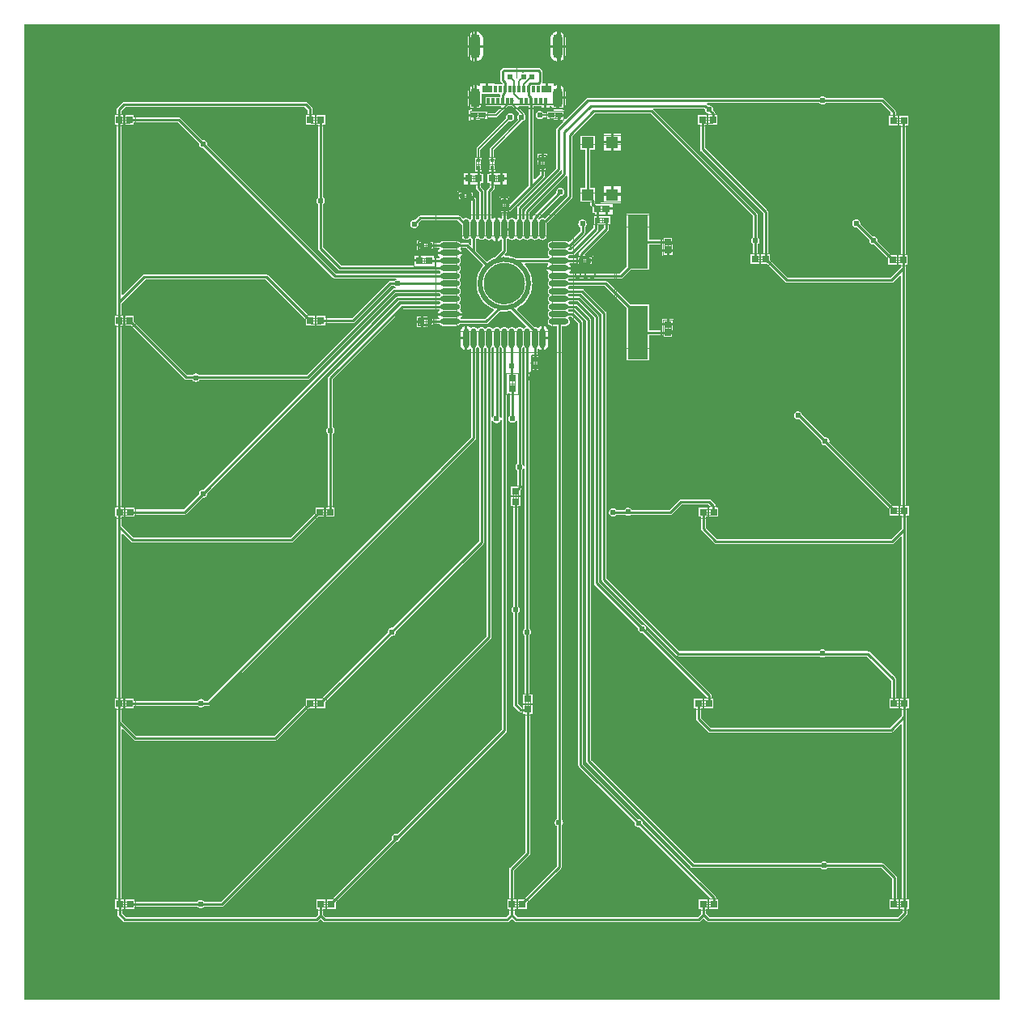
<source format=gbl>
G04*
G04 #@! TF.GenerationSoftware,Altium Limited,Altium Designer,20.2.4 (192)*
G04*
G04 Layer_Physical_Order=2*
G04 Layer_Color=16711680*
%FSLAX25Y25*%
%MOIN*%
G70*
G04*
G04 #@! TF.SameCoordinates,1DD117FB-4894-4434-94E6-58AE3DA5C218*
G04*
G04*
G04 #@! TF.FilePolarity,Positive*
G04*
G01*
G75*
%ADD10C,0.00394*%
%ADD11C,0.00197*%
%ADD12C,0.00787*%
%ADD13C,0.00600*%
G04:AMPARAMS|DCode=15|XSize=43.31mil|YSize=82.68mil|CornerRadius=21.65mil|HoleSize=0mil|Usage=FLASHONLY|Rotation=0.000|XOffset=0mil|YOffset=0mil|HoleType=Round|Shape=RoundedRectangle|*
%AMROUNDEDRECTD15*
21,1,0.04331,0.03937,0,0,0.0*
21,1,0.00000,0.08268,0,0,0.0*
1,1,0.04331,0.00000,-0.01968*
1,1,0.04331,0.00000,-0.01968*
1,1,0.04331,0.00000,0.01968*
1,1,0.04331,0.00000,0.01968*
%
%ADD15ROUNDEDRECTD15*%
G04:AMPARAMS|DCode=16|XSize=43.31mil|YSize=102.36mil|CornerRadius=21.65mil|HoleSize=0mil|Usage=FLASHONLY|Rotation=0.000|XOffset=0mil|YOffset=0mil|HoleType=Round|Shape=RoundedRectangle|*
%AMROUNDEDRECTD16*
21,1,0.04331,0.05906,0,0,0.0*
21,1,0.00000,0.10236,0,0,0.0*
1,1,0.04331,0.00000,-0.02953*
1,1,0.04331,0.00000,-0.02953*
1,1,0.04331,0.00000,0.02953*
1,1,0.04331,0.00000,0.02953*
%
%ADD16ROUNDEDRECTD16*%
%ADD18C,0.00500*%
%ADD19C,0.01000*%
%ADD21C,0.02400*%
%ADD22C,0.02000*%
%ADD23R,0.01181X0.02756*%
%ADD24R,0.03937X0.02756*%
%ADD25R,0.02559X0.02953*%
%ADD26R,0.02047X0.02047*%
%ADD27R,0.02047X0.02047*%
%ADD28R,0.02953X0.02559*%
%ADD29R,0.08268X0.22047*%
%ADD30R,0.02559X0.02362*%
%ADD31R,0.02520X0.02677*%
%ADD32R,0.02165X0.02165*%
%ADD33R,0.01772X0.01772*%
%ADD34R,0.02992X0.02835*%
%ADD35O,0.02362X0.08071*%
%ADD36O,0.08071X0.02362*%
%ADD37R,0.05000X0.05000*%
G36*
X401575Y401575D02*
X401575Y-0D01*
X0Y0D01*
X-0Y401575D01*
X401575Y401575D01*
D02*
G37*
%LPC*%
G36*
X220264Y398598D02*
Y393020D01*
X222934D01*
Y395472D01*
X222914Y395827D01*
X222855Y396178D01*
X222756Y396519D01*
X222620Y396848D01*
X222448Y397159D01*
X222242Y397449D01*
X222006Y397714D01*
X221741Y397951D01*
X221450Y398157D01*
X221139Y398329D01*
X220811Y398465D01*
X220469Y398563D01*
X220264Y398598D01*
D02*
G37*
G36*
X219264D02*
X219058Y398563D01*
X218717Y398465D01*
X218388Y398329D01*
X218077Y398157D01*
X217787Y397951D01*
X217522Y397714D01*
X217285Y397449D01*
X217079Y397159D01*
X216907Y396848D01*
X216771Y396519D01*
X216673Y396178D01*
X216613Y395827D01*
X216593Y395472D01*
Y393020D01*
X219264D01*
Y398598D01*
D02*
G37*
G36*
X186248D02*
Y393020D01*
X188918D01*
Y395472D01*
X188899Y395827D01*
X188839Y396178D01*
X188741Y396519D01*
X188604Y396848D01*
X188432Y397159D01*
X188227Y397449D01*
X187990Y397714D01*
X187725Y397951D01*
X187435Y398157D01*
X187124Y398329D01*
X186795Y398465D01*
X186453Y398563D01*
X186248Y398598D01*
D02*
G37*
G36*
X185248D02*
X185043Y398563D01*
X184701Y398465D01*
X184372Y398329D01*
X184061Y398157D01*
X183771Y397951D01*
X183506Y397714D01*
X183269Y397449D01*
X183064Y397159D01*
X182892Y396848D01*
X182756Y396519D01*
X182657Y396178D01*
X182598Y395827D01*
X182578Y395472D01*
Y393020D01*
X185248D01*
Y398598D01*
D02*
G37*
G36*
X222934Y392020D02*
X220264D01*
Y386441D01*
X220469Y386476D01*
X220811Y386575D01*
X221139Y386711D01*
X221450Y386882D01*
X221741Y387088D01*
X222006Y387325D01*
X222242Y387590D01*
X222448Y387880D01*
X222620Y388191D01*
X222756Y388520D01*
X222855Y388861D01*
X222914Y389212D01*
X222934Y389567D01*
Y392020D01*
D02*
G37*
G36*
X219264D02*
X216593D01*
Y389567D01*
X216613Y389212D01*
X216673Y388861D01*
X216771Y388520D01*
X216907Y388191D01*
X217079Y387880D01*
X217285Y387590D01*
X217522Y387325D01*
X217787Y387088D01*
X218077Y386882D01*
X218388Y386711D01*
X218717Y386575D01*
X219058Y386476D01*
X219264Y386441D01*
Y392020D01*
D02*
G37*
G36*
X188918D02*
X186248D01*
Y386441D01*
X186453Y386476D01*
X186795Y386575D01*
X187124Y386711D01*
X187435Y386882D01*
X187725Y387088D01*
X187990Y387325D01*
X188227Y387590D01*
X188432Y387880D01*
X188604Y388191D01*
X188741Y388520D01*
X188839Y388861D01*
X188899Y389212D01*
X188918Y389567D01*
Y392020D01*
D02*
G37*
G36*
X185248D02*
X182578D01*
Y389567D01*
X182598Y389212D01*
X182657Y388861D01*
X182756Y388520D01*
X182892Y388191D01*
X183064Y387880D01*
X183269Y387590D01*
X183506Y387325D01*
X183771Y387088D01*
X184061Y386882D01*
X184372Y386711D01*
X184701Y386575D01*
X185043Y386476D01*
X185248Y386441D01*
Y392020D01*
D02*
G37*
G36*
X211619Y383682D02*
X205726D01*
Y381364D01*
X205526D01*
X205489Y381425D01*
X205450Y381484D01*
X205402Y381542D01*
X205359Y381593D01*
X205315Y381637D01*
X205282Y381673D01*
X205268Y381684D01*
X205257Y381695D01*
X205253Y381698D01*
X205249Y381702D01*
X205173Y381764D01*
X205096Y381822D01*
X205024Y381873D01*
X204951Y381913D01*
X204889Y381950D01*
X204863Y381964D01*
X204842Y381975D01*
X204823Y381986D01*
X204809Y381990D01*
X204802Y381997D01*
X204798D01*
Y382295D01*
X204853Y382274D01*
X204907Y382248D01*
X204962Y382223D01*
X205013Y382197D01*
X205056Y382175D01*
X205093Y382157D01*
X205115Y382142D01*
X205118Y382139D01*
X205122D01*
X205187Y382099D01*
X205246Y382059D01*
X205297Y382022D01*
X205337Y381990D01*
X205373Y381964D01*
X205395Y381942D01*
X205413Y381928D01*
X205417Y381924D01*
Y383682D01*
X204005D01*
X204030Y383642D01*
X204048Y383613D01*
X204059Y383591D01*
X204063Y383588D01*
Y383584D01*
X204088Y383511D01*
X204110Y383435D01*
X204124Y383351D01*
X204132Y383271D01*
X204139Y383202D01*
Y383173D01*
X204143Y383143D01*
Y383122D01*
Y383107D01*
Y383096D01*
Y383093D01*
Y381375D01*
X203808D01*
Y383111D01*
Y383187D01*
X203801Y383253D01*
X203797Y383307D01*
X203790Y383351D01*
X203782Y383384D01*
X203779Y383409D01*
X203771Y383424D01*
Y383428D01*
X203757Y383464D01*
X203739Y383493D01*
X203717Y383519D01*
X203699Y383544D01*
X203677Y383559D01*
X203662Y383573D01*
X203651Y383580D01*
X203648Y383584D01*
X203611Y383602D01*
X203575Y383617D01*
X203538Y383624D01*
X203506Y383631D01*
X203473Y383635D01*
X203451Y383639D01*
X203429D01*
X203371Y383635D01*
X203316Y383620D01*
X203273Y383606D01*
X203233Y383584D01*
X203204Y383566D01*
X203182Y383548D01*
X203167Y383537D01*
X203164Y383533D01*
X203145Y383511D01*
X203131Y383486D01*
X203109Y383428D01*
X203087Y383362D01*
X203076Y383296D01*
X203065Y383235D01*
Y383209D01*
X203062Y383187D01*
X203058Y383165D01*
Y383151D01*
Y383143D01*
Y383140D01*
X202756Y383184D01*
Y383253D01*
X202760Y383315D01*
X202770Y383377D01*
X202778Y383431D01*
X202792Y383482D01*
X202807Y383526D01*
X202821Y383569D01*
X202836Y383606D01*
X202854Y383639D01*
X202869Y383668D01*
X202877Y383682D01*
X197436D01*
X197240Y383663D01*
X197052Y383606D01*
X196878Y383513D01*
X196726Y383388D01*
X196140Y382802D01*
X196015Y382650D01*
X195922Y382476D01*
X195865Y382287D01*
X195846Y382091D01*
Y378740D01*
X195865Y378544D01*
X195922Y378356D01*
X196015Y378182D01*
X196140Y378030D01*
X196830Y377340D01*
Y376799D01*
X193520D01*
Y377299D01*
X191051D01*
Y374921D01*
X190051D01*
Y377299D01*
X187583D01*
Y376560D01*
X187217Y376307D01*
X187083Y376259D01*
X186795Y376378D01*
X186453Y376477D01*
X186248Y376512D01*
Y371417D01*
X185748D01*
Y370917D01*
X182578D01*
Y369449D01*
X182598Y369094D01*
X182657Y368743D01*
X182756Y368402D01*
X182892Y368073D01*
X183064Y367762D01*
X183269Y367472D01*
X183506Y367207D01*
X183771Y366970D01*
X183935Y366854D01*
X183782Y366354D01*
X183055D01*
Y364673D01*
X185335D01*
Y364173D01*
X185835D01*
Y361992D01*
X187614D01*
Y362492D01*
X190461D01*
Y363420D01*
X194250D01*
X194397Y363434D01*
X194538Y363477D01*
X194668Y363547D01*
X194782Y363640D01*
X199011Y367869D01*
X199011Y367869D01*
X199057Y367925D01*
X200812D01*
X203514Y365223D01*
X203552Y365116D01*
X203520Y364591D01*
X203373Y364423D01*
X203249Y364238D01*
X203150Y364038D01*
X203079Y363827D01*
X203035Y363608D01*
X203021Y363386D01*
X203035Y363163D01*
X203079Y362945D01*
X203150Y362734D01*
X203249Y362534D01*
X203373Y362349D01*
X203390Y362330D01*
X191947Y350887D01*
X191854Y350773D01*
X191784Y350643D01*
X191741Y350501D01*
X191727Y350354D01*
Y347016D01*
X191095D01*
Y344244D01*
X191095D01*
Y343866D01*
X191095D01*
Y341094D01*
X191515D01*
Y340067D01*
X190563D01*
Y336232D01*
X191554D01*
Y334707D01*
X190628Y333781D01*
X190503Y333629D01*
X190410Y333455D01*
X190353Y333267D01*
X190334Y333071D01*
Y321528D01*
X190313Y321514D01*
X190147Y321368D01*
X190068Y321278D01*
X189764Y321236D01*
X189460Y321278D01*
X189380Y321368D01*
X189215Y321514D01*
X189194Y321528D01*
Y333071D01*
X189174Y333267D01*
X189117Y333455D01*
X189024Y333629D01*
X188900Y333781D01*
X187895Y334786D01*
Y336232D01*
X188886D01*
Y340067D01*
X187934D01*
Y341094D01*
X188354D01*
Y343744D01*
X188354Y343866D01*
Y344244D01*
X188354Y344366D01*
Y347016D01*
X187722D01*
Y350042D01*
X199455Y361775D01*
X199559Y361740D01*
X199778Y361697D01*
X200000Y361682D01*
X200222Y361697D01*
X200441Y361740D01*
X200652Y361812D01*
X200852Y361910D01*
X201037Y362034D01*
X201205Y362181D01*
X201352Y362349D01*
X201475Y362534D01*
X201574Y362734D01*
X201646Y362945D01*
X201689Y363163D01*
X201704Y363386D01*
X201689Y363608D01*
X201646Y363827D01*
X201574Y364038D01*
X201475Y364238D01*
X201352Y364423D01*
X201205Y364591D01*
X201037Y364737D01*
X200852Y364861D01*
X200652Y364960D01*
X200441Y365031D01*
X200222Y365075D01*
X200000Y365090D01*
X199778Y365075D01*
X199559Y365031D01*
X199348Y364960D01*
X199148Y364861D01*
X198963Y364737D01*
X198795Y364591D01*
X198648Y364423D01*
X198525Y364238D01*
X198426Y364038D01*
X198354Y363827D01*
X198311Y363608D01*
X198296Y363386D01*
X198311Y363163D01*
X198354Y362945D01*
X198390Y362841D01*
X186436Y350887D01*
X186342Y350773D01*
X186272Y350643D01*
X186229Y350501D01*
X186215Y350354D01*
Y347016D01*
X185583D01*
Y344366D01*
X185583Y344244D01*
Y343866D01*
X185583Y343744D01*
Y341094D01*
X185583D01*
X185585Y341067D01*
X185130Y340567D01*
X183610D01*
Y338150D01*
Y335732D01*
X185606D01*
X185885Y335348D01*
Y334370D01*
X185904Y334174D01*
X185961Y333986D01*
X186054Y333812D01*
X186179Y333660D01*
X187184Y332655D01*
Y321528D01*
X187163Y321514D01*
X186998Y321368D01*
X186918Y321278D01*
X186614Y321236D01*
X186310Y321278D01*
X186231Y321368D01*
X186065Y321514D01*
X186027Y321539D01*
Y329416D01*
X186008Y329612D01*
X185951Y329800D01*
X185858Y329974D01*
X185733Y330126D01*
X184974Y330885D01*
Y332542D01*
X182324D01*
Y333043D01*
X180801D01*
Y331019D01*
Y328995D01*
X182324D01*
Y329495D01*
X183522D01*
X184018Y328999D01*
Y321516D01*
X184014Y321514D01*
X183848Y321368D01*
X183768Y321278D01*
X183465Y321236D01*
X183161Y321278D01*
X183081Y321368D01*
X182915Y321514D01*
X182732Y321636D01*
X182535Y321734D01*
X182326Y321804D01*
X182110Y321848D01*
X181890Y321862D01*
X181670Y321848D01*
X181454Y321804D01*
X181245Y321734D01*
X181047Y321636D01*
X180864Y321514D01*
X180716Y321384D01*
X179531Y322569D01*
X179379Y322694D01*
X179205Y322787D01*
X179016Y322844D01*
X178820Y322863D01*
X163010D01*
X162814Y322844D01*
X162625Y322787D01*
X162451Y322694D01*
X162299Y322569D01*
X160846Y321116D01*
X160808Y321123D01*
X160585Y321138D01*
X160363Y321123D01*
X160144Y321080D01*
X159933Y321008D01*
X159734Y320910D01*
X159548Y320786D01*
X159381Y320639D01*
X159234Y320471D01*
X159110Y320286D01*
X159011Y320086D01*
X158940Y319875D01*
X158896Y319656D01*
X158882Y319434D01*
X158896Y319212D01*
X158940Y318993D01*
X159011Y318782D01*
X159110Y318582D01*
X159234Y318397D01*
X159381Y318230D01*
X159548Y318083D01*
X159734Y317959D01*
X159933Y317860D01*
X160144Y317789D01*
X160363Y317745D01*
X160585Y317730D01*
X160808Y317745D01*
X161026Y317789D01*
X161237Y317860D01*
X161437Y317959D01*
X161623Y318083D01*
X161790Y318230D01*
X161937Y318397D01*
X162061Y318582D01*
X162159Y318782D01*
X162231Y318993D01*
X162275Y319212D01*
X162289Y319434D01*
X162275Y319656D01*
X162267Y319695D01*
X163426Y320853D01*
X178404D01*
X180205Y319053D01*
Y314469D01*
X180219Y314249D01*
X180262Y314033D01*
X180333Y313824D01*
X180431Y313626D01*
X180553Y313443D01*
X180699Y313277D01*
X180864Y313132D01*
X181047Y313010D01*
X181245Y312912D01*
X181454Y312841D01*
X181670Y312798D01*
X181890Y312784D01*
X182110Y312798D01*
X182326Y312841D01*
X182535Y312912D01*
X182732Y313010D01*
X182915Y313132D01*
X183081Y313277D01*
X183161Y313368D01*
X183465Y313410D01*
X183768Y313368D01*
X183848Y313277D01*
X184014Y313132D01*
X184035Y313118D01*
Y310942D01*
X183573Y310750D01*
X182982Y311340D01*
X182830Y311465D01*
X182656Y311558D01*
X182468Y311615D01*
X182272Y311635D01*
X179402D01*
X179388Y311655D01*
X179242Y311821D01*
X179077Y311966D01*
X178893Y312089D01*
X178696Y312186D01*
X178487Y312257D01*
X178271Y312300D01*
X178051Y312315D01*
X172343D01*
X172123Y312300D01*
X171906Y312257D01*
X171698Y312186D01*
X171500Y312089D01*
X171317Y311966D01*
X171151Y311821D01*
X171006Y311655D01*
X170992Y311635D01*
X168453D01*
Y312154D01*
X165803D01*
Y312653D01*
X164279D01*
Y310630D01*
Y308606D01*
X165803D01*
Y309106D01*
X168453D01*
Y309625D01*
X170731D01*
X170816Y309501D01*
X170905Y309145D01*
X170830Y309055D01*
X170797Y309026D01*
X170608Y308811D01*
X170450Y308573D01*
X170323Y308317D01*
X170231Y308046D01*
X170218Y307980D01*
X175197D01*
X180175D01*
X180163Y308046D01*
X180071Y308317D01*
X179944Y308573D01*
X179785Y308811D01*
X179597Y309026D01*
X179563Y309055D01*
X179489Y309145D01*
X179578Y309501D01*
X179663Y309625D01*
X181856D01*
X184329Y307152D01*
X189002Y302479D01*
X188643Y302055D01*
X188255Y301539D01*
X187897Y301003D01*
X187569Y300447D01*
X187273Y299873D01*
X187009Y299285D01*
X186779Y298682D01*
X186583Y298067D01*
X186422Y297442D01*
X186296Y296809D01*
X186206Y296170D01*
X186151Y295527D01*
X186133Y294882D01*
X186151Y294237D01*
X186206Y293594D01*
X186296Y292955D01*
X186422Y292322D01*
X186583Y291697D01*
X186779Y291082D01*
X187009Y290479D01*
X187273Y289890D01*
X187569Y289317D01*
X187897Y288761D01*
X188255Y288225D01*
X188643Y287709D01*
X189059Y287216D01*
X189503Y286747D01*
X189972Y286304D01*
X190465Y285887D01*
X190980Y285499D01*
X191517Y285141D01*
X192073Y284813D01*
X192646Y284517D01*
X193142Y284295D01*
X193325Y283833D01*
X193336Y283781D01*
X189693Y280139D01*
X179663D01*
X179578Y280263D01*
X179489Y280619D01*
X179563Y280709D01*
X179597Y280738D01*
X179785Y280953D01*
X179944Y281191D01*
X180071Y281447D01*
X180163Y281718D01*
X180175Y281783D01*
X175197D01*
X170218D01*
X170231Y281718D01*
X170323Y281447D01*
X170450Y281191D01*
X170608Y280953D01*
X170797Y280738D01*
X170830Y280709D01*
X170905Y280619D01*
X170816Y280263D01*
X170731Y280139D01*
X168453D01*
Y280658D01*
X165803D01*
Y281157D01*
X164279D01*
Y279134D01*
Y277110D01*
X165803D01*
Y277610D01*
X168453D01*
Y278129D01*
X170992D01*
X171006Y278108D01*
X171151Y277943D01*
X171317Y277797D01*
X171500Y277675D01*
X171698Y277577D01*
X171906Y277507D01*
X172123Y277464D01*
X172343Y277449D01*
X178051D01*
X178271Y277464D01*
X178487Y277507D01*
X178696Y277577D01*
X178893Y277675D01*
X179077Y277797D01*
X179242Y277943D01*
X179388Y278108D01*
X179402Y278129D01*
X190110D01*
X190306Y278148D01*
X190494Y278205D01*
X190668Y278298D01*
X190820Y278423D01*
X195909Y283512D01*
X196350Y283450D01*
X196993Y283396D01*
X197638Y283377D01*
X198062Y283389D01*
X198283Y283395D01*
X198555Y283418D01*
X198671Y283428D01*
X198674Y283429D01*
X198926Y283450D01*
X199051Y283467D01*
X199565Y283540D01*
X200198Y283666D01*
X200394Y283716D01*
X206674Y277437D01*
X206664Y277219D01*
X206524Y276880D01*
X206442Y276852D01*
X206244Y276754D01*
X206061Y276632D01*
X205895Y276486D01*
X205816Y276396D01*
X205512Y276354D01*
X205208Y276396D01*
X205128Y276486D01*
X204963Y276632D01*
X204779Y276754D01*
X204582Y276852D01*
X204373Y276923D01*
X204157Y276966D01*
X203937Y276980D01*
X203717Y276966D01*
X203501Y276923D01*
X203292Y276852D01*
X203095Y276754D01*
X202911Y276632D01*
X202746Y276486D01*
X202666Y276396D01*
X202362Y276354D01*
X202058Y276396D01*
X201979Y276486D01*
X201813Y276632D01*
X201630Y276754D01*
X201432Y276852D01*
X201223Y276923D01*
X201007Y276966D01*
X200787Y276980D01*
X200568Y276966D01*
X200351Y276923D01*
X200143Y276852D01*
X199945Y276754D01*
X199762Y276632D01*
X199596Y276486D01*
X199516Y276396D01*
X199213Y276354D01*
X198909Y276396D01*
X198829Y276486D01*
X198663Y276632D01*
X198480Y276754D01*
X198283Y276852D01*
X198074Y276923D01*
X197858Y276966D01*
X197638Y276980D01*
X197418Y276966D01*
X197202Y276923D01*
X196993Y276852D01*
X196795Y276754D01*
X196612Y276632D01*
X196447Y276486D01*
X196367Y276396D01*
X196063Y276354D01*
X195759Y276396D01*
X195679Y276486D01*
X195514Y276632D01*
X195331Y276754D01*
X195133Y276852D01*
X194924Y276923D01*
X194708Y276966D01*
X194488Y276980D01*
X194268Y276966D01*
X194052Y276923D01*
X193843Y276852D01*
X193646Y276754D01*
X193463Y276632D01*
X193297Y276486D01*
X193217Y276396D01*
X192913Y276354D01*
X192610Y276396D01*
X192530Y276486D01*
X192364Y276632D01*
X192181Y276754D01*
X191983Y276852D01*
X191775Y276923D01*
X191559Y276966D01*
X191339Y276980D01*
X191119Y276966D01*
X190902Y276923D01*
X190694Y276852D01*
X190496Y276754D01*
X190313Y276632D01*
X190147Y276486D01*
X190068Y276396D01*
X189764Y276354D01*
X189460Y276396D01*
X189380Y276486D01*
X189215Y276632D01*
X189031Y276754D01*
X188834Y276852D01*
X188625Y276923D01*
X188409Y276966D01*
X188189Y276980D01*
X187969Y276966D01*
X187753Y276923D01*
X187544Y276852D01*
X187347Y276754D01*
X187163Y276632D01*
X186998Y276486D01*
X186918Y276396D01*
X186614Y276354D01*
X186310Y276396D01*
X186231Y276486D01*
X186065Y276632D01*
X185882Y276754D01*
X185684Y276852D01*
X185475Y276923D01*
X185259Y276966D01*
X185039Y276980D01*
X184819Y276966D01*
X184603Y276923D01*
X184395Y276852D01*
X184197Y276754D01*
X184157Y276728D01*
X183671Y276635D01*
X183465Y276807D01*
X183435Y276841D01*
X183220Y277029D01*
X182983Y277188D01*
X182726Y277315D01*
X182456Y277407D01*
X182390Y277420D01*
Y272441D01*
Y267462D01*
X182456Y267475D01*
X182726Y267567D01*
X182983Y267694D01*
X183220Y267852D01*
X183435Y268041D01*
X183465Y268074D01*
X183554Y268149D01*
X183910Y268060D01*
X184035Y267975D01*
Y231704D01*
X75383Y123052D01*
X74168D01*
X74109Y123141D01*
X73962Y123309D01*
X73795Y123456D01*
X73609Y123579D01*
X73409Y123678D01*
X73198Y123749D01*
X72980Y123793D01*
X72757Y123808D01*
X72535Y123793D01*
X72316Y123749D01*
X72105Y123678D01*
X71906Y123579D01*
X71720Y123456D01*
X71553Y123309D01*
X71406Y123141D01*
X71346Y123052D01*
X45087D01*
Y124024D01*
X41528D01*
Y120071D01*
X45087D01*
Y121042D01*
X71427D01*
X71553Y120899D01*
X71720Y120752D01*
X71906Y120628D01*
X72105Y120530D01*
X72316Y120458D01*
X72535Y120415D01*
X72757Y120400D01*
X72980Y120415D01*
X73198Y120458D01*
X73409Y120530D01*
X73609Y120628D01*
X73795Y120752D01*
X73962Y120899D01*
X74088Y121042D01*
X75799D01*
X75995Y121062D01*
X76183Y121119D01*
X76357Y121212D01*
X76509Y121337D01*
X185750Y230577D01*
X185875Y230729D01*
X185968Y230903D01*
X186025Y231092D01*
X186044Y231288D01*
Y268236D01*
X186065Y268250D01*
X186231Y268395D01*
X186310Y268486D01*
X186614Y268528D01*
X186918Y268486D01*
X186998Y268395D01*
X187163Y268250D01*
X187229Y268206D01*
Y188847D01*
X151517Y153135D01*
X151506Y153137D01*
X151284Y153152D01*
X151062Y153137D01*
X150843Y153094D01*
X150632Y153022D01*
X150432Y152923D01*
X150247Y152799D01*
X150079Y152653D01*
X149932Y152485D01*
X149809Y152300D01*
X149710Y152100D01*
X149638Y151889D01*
X149595Y151670D01*
X149580Y151448D01*
X149595Y151225D01*
X149597Y151215D01*
X122406Y124024D01*
X120268D01*
Y120071D01*
X123827D01*
Y122603D01*
X150996Y149772D01*
X151062Y149759D01*
X151284Y149744D01*
X151506Y149759D01*
X151725Y149802D01*
X151936Y149874D01*
X152136Y149972D01*
X152321Y150096D01*
X152489Y150243D01*
X152636Y150411D01*
X152759Y150596D01*
X152858Y150796D01*
X152930Y151007D01*
X152973Y151225D01*
X152988Y151448D01*
X152973Y151670D01*
X152960Y151736D01*
X188944Y187720D01*
X189069Y187872D01*
X189162Y188046D01*
X189219Y188234D01*
X189238Y188430D01*
Y268271D01*
X189380Y268395D01*
X189460Y268486D01*
X189764Y268528D01*
X190068Y268486D01*
X190147Y268395D01*
X190313Y268250D01*
X190348Y268226D01*
Y149734D01*
X80989Y40375D01*
X73986D01*
X73947Y40433D01*
X73800Y40601D01*
X73632Y40748D01*
X73447Y40872D01*
X73247Y40970D01*
X73036Y41042D01*
X72818Y41085D01*
X72595Y41100D01*
X72373Y41085D01*
X72154Y41042D01*
X71943Y40970D01*
X71744Y40872D01*
X71558Y40748D01*
X71391Y40601D01*
X71244Y40433D01*
X71205Y40375D01*
X45283D01*
Y41346D01*
X41724D01*
Y37394D01*
X45283D01*
Y38365D01*
X71240D01*
X71244Y38359D01*
X71391Y38191D01*
X71558Y38045D01*
X71744Y37921D01*
X71943Y37822D01*
X72154Y37751D01*
X72373Y37707D01*
X72595Y37692D01*
X72818Y37707D01*
X73036Y37751D01*
X73247Y37822D01*
X73447Y37921D01*
X73632Y38045D01*
X73800Y38191D01*
X73947Y38359D01*
X73951Y38365D01*
X81406D01*
X81602Y38385D01*
X81790Y38442D01*
X81964Y38535D01*
X82116Y38660D01*
X192064Y148607D01*
X192189Y148759D01*
X192282Y148933D01*
X192339Y149122D01*
X192358Y149318D01*
Y238422D01*
X192858Y238504D01*
X192864Y238487D01*
X192963Y238287D01*
X193086Y238101D01*
X193233Y237934D01*
X193401Y237787D01*
X193586Y237663D01*
X193786Y237564D01*
X193997Y237493D01*
X194216Y237449D01*
X194438Y237435D01*
X194660Y237449D01*
X194879Y237493D01*
X195090Y237564D01*
X195290Y237663D01*
X195475Y237787D01*
X195643Y237934D01*
X195790Y238101D01*
X195913Y238287D01*
X196012Y238487D01*
X196079Y238684D01*
X196121Y238705D01*
X196606Y238807D01*
X196620Y238804D01*
X196633Y238787D01*
Y111243D01*
X153544Y68154D01*
X153393Y68205D01*
X153174Y68249D01*
X152952Y68264D01*
X152729Y68249D01*
X152511Y68205D01*
X152300Y68134D01*
X152100Y68035D01*
X151915Y67911D01*
X151747Y67765D01*
X151600Y67597D01*
X151476Y67412D01*
X151378Y67212D01*
X151306Y67001D01*
X151262Y66782D01*
X151248Y66560D01*
X151262Y66338D01*
X151306Y66119D01*
X151357Y65968D01*
X126736Y41346D01*
X124598D01*
Y37394D01*
X128157D01*
Y39925D01*
X153098Y64866D01*
X153174Y64871D01*
X153393Y64914D01*
X153604Y64986D01*
X153803Y65084D01*
X153989Y65208D01*
X154156Y65355D01*
X154303Y65523D01*
X154427Y65708D01*
X154526Y65908D01*
X154597Y66119D01*
X154641Y66338D01*
X154646Y66414D01*
X198348Y110116D01*
X198473Y110268D01*
X198566Y110442D01*
X198623Y110631D01*
X198643Y110827D01*
Y249350D01*
X198816Y249778D01*
X199143Y249778D01*
X199909D01*
Y240603D01*
X199877Y240581D01*
X199710Y240434D01*
X199563Y240266D01*
X199439Y240081D01*
X199340Y239881D01*
X199269Y239670D01*
X199225Y239452D01*
X199211Y239229D01*
X199225Y239007D01*
X199269Y238789D01*
X199340Y238577D01*
X199439Y238378D01*
X199563Y238192D01*
X199710Y238025D01*
X199877Y237878D01*
X200062Y237754D01*
X200262Y237655D01*
X200473Y237584D01*
X200692Y237540D01*
X200914Y237526D01*
X201137Y237540D01*
X201355Y237584D01*
X201566Y237655D01*
X201766Y237754D01*
X201951Y237878D01*
X202119Y238025D01*
X202266Y238192D01*
X202390Y238378D01*
X202401Y238401D01*
X202901Y238284D01*
Y220762D01*
X202866Y220739D01*
X202698Y220592D01*
X202552Y220424D01*
X202428Y220239D01*
X202329Y220039D01*
X202257Y219828D01*
X202214Y219610D01*
X202200Y219387D01*
X202214Y219165D01*
X202257Y218946D01*
X202329Y218735D01*
X202428Y218535D01*
X202552Y218350D01*
X202698Y218183D01*
X202866Y218036D01*
X202901Y218012D01*
Y211311D01*
X202778Y211189D01*
X200247D01*
Y207629D01*
X204199D01*
Y209767D01*
X204616Y210185D01*
X204741Y210337D01*
X204834Y210511D01*
X204891Y210699D01*
X204911Y210895D01*
Y218016D01*
X204940Y218036D01*
X205108Y218183D01*
X205255Y218350D01*
X205379Y218535D01*
X205477Y218735D01*
X205549Y218946D01*
X205568Y219043D01*
X205687Y219079D01*
X206076Y219103D01*
X206096Y219073D01*
Y152927D01*
X205918Y152809D01*
X205750Y152662D01*
X205604Y152494D01*
X205480Y152309D01*
X205381Y152109D01*
X205310Y151898D01*
X205266Y151679D01*
X205251Y151457D01*
X205266Y151235D01*
X205310Y151016D01*
X205381Y150805D01*
X205480Y150605D01*
X205604Y150420D01*
X205750Y150252D01*
X205918Y150106D01*
X206096Y149987D01*
Y125634D01*
X205248D01*
Y122075D01*
X209201D01*
Y125634D01*
X208105D01*
Y150205D01*
X208160Y150252D01*
X208307Y150420D01*
X208431Y150605D01*
X208529Y150805D01*
X208601Y151016D01*
X208644Y151235D01*
X208659Y151457D01*
X208644Y151679D01*
X208601Y151898D01*
X208529Y152109D01*
X208431Y152309D01*
X208307Y152494D01*
X208160Y152662D01*
X208105Y152709D01*
Y258166D01*
X208362Y258559D01*
X209886D01*
Y260583D01*
X210386D01*
Y261083D01*
X212410D01*
Y262607D01*
X211910D01*
Y265256D01*
X211316D01*
Y267881D01*
X211816Y268069D01*
X211840Y268041D01*
X212055Y267852D01*
X212293Y267694D01*
X212549Y267567D01*
X212820Y267475D01*
X212886Y267462D01*
Y272441D01*
Y277420D01*
X212820Y277407D01*
X212549Y277315D01*
X212293Y277188D01*
X212055Y277029D01*
X211840Y276841D01*
X211811Y276807D01*
X211595Y276627D01*
X211262Y276632D01*
X211079Y276754D01*
X210881Y276852D01*
X210672Y276923D01*
X210456Y276966D01*
X210236Y276980D01*
X210016Y276966D01*
X209992Y276961D01*
X202873Y284080D01*
X202968Y284692D01*
X203203Y284813D01*
X203759Y285141D01*
X204295Y285499D01*
X204811Y285887D01*
X205304Y286304D01*
X205773Y286747D01*
X206216Y287216D01*
X206632Y287709D01*
X207020Y288225D01*
X207379Y288761D01*
X207707Y289317D01*
X208003Y289890D01*
X208267Y290479D01*
X208497Y291082D01*
X208693Y291697D01*
X208854Y292322D01*
X208980Y292955D01*
X209070Y293594D01*
X209124Y294237D01*
X209142Y294880D01*
X209142Y294882D01*
X209142Y294884D01*
X209124Y295527D01*
X209070Y296170D01*
X208980Y296809D01*
X208854Y297442D01*
X208693Y298067D01*
X208497Y298682D01*
X208267Y299285D01*
X208003Y299873D01*
X207707Y300447D01*
X207379Y301003D01*
X207020Y301539D01*
X206632Y302055D01*
X206216Y302548D01*
X205953Y302826D01*
X206169Y303326D01*
X215613D01*
X215698Y303202D01*
X215787Y302845D01*
X215712Y302756D01*
X215679Y302727D01*
X215490Y302512D01*
X215332Y302274D01*
X215205Y302018D01*
X215113Y301747D01*
X215100Y301681D01*
X220079D01*
X225057D01*
X225044Y301747D01*
X224953Y302018D01*
X224826Y302274D01*
X224667Y302512D01*
X224479Y302727D01*
X224445Y302756D01*
X224370Y302845D01*
X224460Y303202D01*
X224545Y303326D01*
X227610D01*
Y302807D01*
X230260D01*
Y302307D01*
X231784D01*
Y304331D01*
Y306354D01*
X230824D01*
X230617Y306854D01*
X240277Y316515D01*
X240402Y316668D01*
X240495Y316841D01*
X240552Y317030D01*
X240572Y317226D01*
Y319441D01*
X241150D01*
Y322606D01*
X237984D01*
Y322606D01*
X237606D01*
X237192Y322811D01*
X237174Y322853D01*
X237497Y323331D01*
X239224D01*
Y325748D01*
X239724D01*
Y326248D01*
X242220D01*
Y327957D01*
X245508D01*
Y330957D01*
X242008D01*
X238508D01*
Y328165D01*
X237228D01*
Y327665D01*
X235291D01*
X235013Y327944D01*
Y329457D01*
X235008Y329506D01*
Y334457D01*
X233013D01*
Y350110D01*
X235008D01*
Y356110D01*
X229008D01*
Y350110D01*
X231003D01*
Y334457D01*
X229008D01*
Y328457D01*
X233003D01*
Y327528D01*
X233022Y327331D01*
X233080Y327143D01*
X233172Y326969D01*
X233297Y326817D01*
X233870Y326244D01*
Y323831D01*
X234940D01*
Y322606D01*
X234441D01*
Y320490D01*
X234436Y320441D01*
Y317834D01*
X225087Y308485D01*
X224284D01*
X224270Y308506D01*
X224124Y308672D01*
X224033Y308751D01*
X223991Y309055D01*
X224033Y309359D01*
X224124Y309439D01*
X224270Y309604D01*
X224391Y309787D01*
X224563D01*
X224759Y309806D01*
X224948Y309863D01*
X225121Y309956D01*
X225274Y310081D01*
X230523Y315330D01*
X230648Y315483D01*
X230741Y315656D01*
X230798Y315845D01*
X230818Y316041D01*
Y318134D01*
X230836Y318147D01*
X231003Y318293D01*
X231150Y318461D01*
X231274Y318646D01*
X231373Y318846D01*
X231444Y319057D01*
X231488Y319276D01*
X231502Y319498D01*
X231488Y319721D01*
X231444Y319939D01*
X231373Y320150D01*
X231274Y320350D01*
X231150Y320535D01*
X231003Y320703D01*
X230836Y320850D01*
X230651Y320974D01*
X230451Y321072D01*
X230240Y321144D01*
X230021Y321187D01*
X229799Y321202D01*
X229576Y321187D01*
X229358Y321144D01*
X229147Y321072D01*
X228947Y320974D01*
X228762Y320850D01*
X228594Y320703D01*
X228447Y320535D01*
X228323Y320350D01*
X228225Y320150D01*
X228153Y319939D01*
X228110Y319721D01*
X228095Y319498D01*
X228110Y319276D01*
X228153Y319057D01*
X228225Y318846D01*
X228323Y318646D01*
X228447Y318461D01*
X228594Y318293D01*
X228762Y318147D01*
X228808Y318116D01*
Y316457D01*
X224501Y312150D01*
X224124Y311821D01*
X223959Y311966D01*
X223775Y312089D01*
X223578Y312186D01*
X223369Y312257D01*
X223153Y312300D01*
X222933Y312315D01*
X217224D01*
X217004Y312300D01*
X216788Y312257D01*
X216580Y312186D01*
X216382Y312089D01*
X216199Y311966D01*
X216033Y311821D01*
X215888Y311655D01*
X215765Y311472D01*
X215668Y311275D01*
X215597Y311066D01*
X215554Y310850D01*
X215540Y310630D01*
X215554Y310410D01*
X215597Y310194D01*
X215668Y309985D01*
X215765Y309788D01*
X215888Y309604D01*
X216033Y309439D01*
X216124Y309359D01*
X216166Y309055D01*
X216124Y308751D01*
X216033Y308672D01*
X215888Y308506D01*
X215765Y308323D01*
X215668Y308125D01*
X215597Y307916D01*
X215554Y307700D01*
X215540Y307480D01*
X215554Y307260D01*
X215597Y307044D01*
X215668Y306836D01*
X215765Y306638D01*
X215888Y306455D01*
X216033Y306289D01*
X216124Y306209D01*
X216166Y305906D01*
X216124Y305602D01*
X216033Y305522D01*
X215888Y305356D01*
X215874Y305335D01*
X202432D01*
X202040Y305511D01*
X201698Y305642D01*
X201614Y305676D01*
X201595Y305681D01*
X201437Y305741D01*
X200823Y305937D01*
X200198Y306098D01*
X199565Y306224D01*
X198926Y306314D01*
X198283Y306368D01*
X197926Y306378D01*
X197725Y306884D01*
X198348Y307507D01*
X198473Y307660D01*
X198566Y307833D01*
X198623Y308022D01*
X198643Y308218D01*
Y313118D01*
X198663Y313132D01*
X198829Y313277D01*
X198909Y313368D01*
X199213Y313410D01*
X199516Y313368D01*
X199596Y313277D01*
X199762Y313132D01*
X199945Y313010D01*
X200143Y312912D01*
X200351Y312841D01*
X200568Y312798D01*
X200787Y312784D01*
X201007Y312798D01*
X201223Y312841D01*
X201432Y312912D01*
X201630Y313010D01*
X201813Y313132D01*
X201979Y313277D01*
X202058Y313368D01*
X202362Y313410D01*
X202666Y313368D01*
X202746Y313277D01*
X202911Y313132D01*
X203095Y313010D01*
X203292Y312912D01*
X203501Y312841D01*
X203717Y312798D01*
X203937Y312784D01*
X204157Y312798D01*
X204373Y312841D01*
X204582Y312912D01*
X204779Y313010D01*
X204963Y313132D01*
X205128Y313277D01*
X205208Y313368D01*
X205512Y313410D01*
X205816Y313368D01*
X205895Y313277D01*
X206061Y313132D01*
X206244Y313010D01*
X206442Y312912D01*
X206651Y312841D01*
X206867Y312798D01*
X207087Y312784D01*
X207307Y312798D01*
X207523Y312841D01*
X207731Y312912D01*
X207929Y313010D01*
X208112Y313132D01*
X208278Y313277D01*
X208358Y313368D01*
X208661Y313410D01*
X208965Y313368D01*
X209045Y313277D01*
X209211Y313132D01*
X209394Y313010D01*
X209592Y312912D01*
X209800Y312841D01*
X210016Y312798D01*
X210236Y312784D01*
X210456Y312798D01*
X210672Y312841D01*
X210881Y312912D01*
X211079Y313010D01*
X211262Y313132D01*
X211427Y313277D01*
X211507Y313368D01*
X211811Y313410D01*
X212115Y313368D01*
X212194Y313277D01*
X212360Y313132D01*
X212544Y313010D01*
X212741Y312912D01*
X212950Y312841D01*
X213166Y312798D01*
X213386Y312784D01*
X213606Y312798D01*
X213822Y312841D01*
X214031Y312912D01*
X214228Y313010D01*
X214411Y313132D01*
X214577Y313277D01*
X214722Y313443D01*
X214845Y313626D01*
X214942Y313824D01*
X215013Y314033D01*
X215056Y314249D01*
X215071Y314469D01*
Y319798D01*
X215207Y319871D01*
X215359Y319996D01*
X225354Y329991D01*
X225479Y330143D01*
X225572Y330317D01*
X225629Y330505D01*
X225649Y330701D01*
Y355691D01*
X234801Y364843D01*
X257863D01*
X299855Y322850D01*
Y313717D01*
X299822Y313688D01*
X299675Y313520D01*
X299552Y313335D01*
X299453Y313135D01*
X299381Y312924D01*
X299338Y312706D01*
X299323Y312483D01*
X299338Y312261D01*
X299381Y312042D01*
X299453Y311831D01*
X299552Y311631D01*
X299675Y311446D01*
X299822Y311279D01*
X299855Y311249D01*
Y307007D01*
X299081D01*
Y305639D01*
X299047Y305576D01*
X298990Y305387D01*
X298970Y305191D01*
X298990Y304995D01*
X299047Y304807D01*
X299081Y304743D01*
Y303055D01*
X302640D01*
Y307007D01*
X301865D01*
Y311001D01*
X301879Y311008D01*
X302064Y311132D01*
X302232Y311279D01*
X302379Y311446D01*
X302502Y311631D01*
X302601Y311831D01*
X302673Y312042D01*
X302716Y312261D01*
X302731Y312483D01*
X302716Y312706D01*
X302673Y312924D01*
X302601Y313135D01*
X302502Y313335D01*
X302379Y313520D01*
X302232Y313688D01*
X302064Y313835D01*
X301879Y313959D01*
X301865Y313965D01*
Y323267D01*
X301846Y323463D01*
X301789Y323651D01*
X301696Y323825D01*
X301571Y323977D01*
X258990Y366558D01*
X258929Y366608D01*
X258997Y366956D01*
X259086Y367108D01*
X279822D01*
X280271Y366659D01*
X280260Y366492D01*
X280275Y366270D01*
X280318Y366051D01*
X280390Y365840D01*
X280488Y365640D01*
X280612Y365455D01*
X280759Y365287D01*
X280927Y365140D01*
X281112Y365017D01*
X281312Y364918D01*
X281523Y364846D01*
X281742Y364803D01*
X281758Y364802D01*
X281854Y364681D01*
X281685Y364181D01*
X281685D01*
Y360228D01*
X285244D01*
Y364181D01*
X284469D01*
Y364887D01*
X284450Y365083D01*
X284393Y365272D01*
X284300Y365445D01*
X284175Y365598D01*
X283628Y366145D01*
X283653Y366270D01*
X283668Y366492D01*
X283653Y366714D01*
X283610Y366933D01*
X283538Y367144D01*
X283439Y367344D01*
X283315Y367529D01*
X283169Y367697D01*
X283001Y367844D01*
X282816Y367967D01*
X282616Y368066D01*
X282405Y368138D01*
X282186Y368181D01*
X281964Y368196D01*
X281742Y368181D01*
X281617Y368156D01*
X281026Y368747D01*
X281091Y369044D01*
X281222Y369247D01*
X327412D01*
X327417Y369240D01*
X327564Y369073D01*
X327731Y368926D01*
X327916Y368802D01*
X328116Y368703D01*
X328327Y368632D01*
X328546Y368588D01*
X328768Y368574D01*
X328991Y368588D01*
X329209Y368632D01*
X329420Y368703D01*
X329620Y368802D01*
X329805Y368926D01*
X329973Y369073D01*
X330120Y369240D01*
X330124Y369247D01*
X352852D01*
X356790Y365309D01*
Y364008D01*
X356015D01*
Y360055D01*
X359574D01*
Y364008D01*
X358799D01*
Y365725D01*
X358780Y365921D01*
X358723Y366110D01*
X358630Y366283D01*
X358505Y366436D01*
X353979Y370962D01*
X353826Y371087D01*
X353653Y371180D01*
X353464Y371237D01*
X353268Y371256D01*
X330159D01*
X330120Y371314D01*
X329973Y371482D01*
X329805Y371629D01*
X329620Y371753D01*
X329420Y371851D01*
X329209Y371923D01*
X328991Y371966D01*
X328768Y371981D01*
X328546Y371966D01*
X328327Y371923D01*
X328116Y371851D01*
X327916Y371753D01*
X327731Y371629D01*
X327564Y371482D01*
X327417Y371314D01*
X327378Y371256D01*
X232012D01*
X231816Y371237D01*
X231627Y371180D01*
X231454Y371087D01*
X231301Y370962D01*
X222919Y362579D01*
X222457Y362770D01*
Y363673D01*
X220677D01*
Y361992D01*
X221678D01*
X221870Y361530D01*
X219179Y358839D01*
X219054Y358687D01*
X218961Y358513D01*
X218904Y358325D01*
X218884Y358129D01*
Y342317D01*
X203226Y326659D01*
X203101Y326507D01*
X203009Y326333D01*
X202952Y326145D01*
X202932Y325949D01*
Y321528D01*
X202911Y321514D01*
X202746Y321368D01*
X202666Y321278D01*
X202362Y321236D01*
X202058Y321278D01*
X201979Y321368D01*
X201813Y321514D01*
X201630Y321636D01*
X201432Y321734D01*
X201223Y321804D01*
X201007Y321848D01*
X200787Y321862D01*
X200568Y321848D01*
X200351Y321804D01*
X200143Y321734D01*
X199945Y321636D01*
X199762Y321514D01*
X199596Y321368D01*
X199516Y321278D01*
X199213Y321236D01*
X198909Y321278D01*
X198829Y321368D01*
X198663Y321514D01*
X198643Y321528D01*
Y324067D01*
X199161D01*
Y324680D01*
X199576D01*
X199772Y324699D01*
X199960Y324757D01*
X200134Y324849D01*
X200286Y324974D01*
X209372Y334060D01*
X214056Y338744D01*
X214181Y338896D01*
X214274Y339070D01*
X214331Y339258D01*
X214350Y339454D01*
Y341431D01*
X214939D01*
Y344081D01*
X215439D01*
Y345604D01*
X213415D01*
X211391D01*
Y344081D01*
X211891D01*
Y341431D01*
X212340D01*
Y339871D01*
X210128Y337659D01*
X209666Y337850D01*
Y367925D01*
X212976D01*
Y367425D01*
X214067D01*
Y369803D01*
X215067D01*
Y367425D01*
X216158D01*
Y368792D01*
X216657Y368834D01*
X216673Y368743D01*
X216771Y368402D01*
X216907Y368073D01*
X217079Y367762D01*
X217285Y367472D01*
X217522Y367207D01*
X217787Y366970D01*
X217950Y366854D01*
X217898Y366354D01*
X217898D01*
Y365854D01*
X215051D01*
Y364927D01*
X213729D01*
X213680Y365025D01*
X213556Y365210D01*
X213409Y365378D01*
X213242Y365525D01*
X213057Y365649D01*
X212857Y365747D01*
X212646Y365819D01*
X212427Y365862D01*
X212205Y365877D01*
X211982Y365862D01*
X211764Y365819D01*
X211553Y365747D01*
X211353Y365649D01*
X211168Y365525D01*
X211000Y365378D01*
X210853Y365210D01*
X210729Y365025D01*
X210631Y364825D01*
X210559Y364614D01*
X210516Y364396D01*
X210501Y364173D01*
X210516Y363951D01*
X210559Y363732D01*
X210631Y363521D01*
X210729Y363321D01*
X210853Y363136D01*
X211000Y362969D01*
X211168Y362822D01*
X211353Y362698D01*
X211553Y362599D01*
X211764Y362528D01*
X211982Y362484D01*
X212205Y362470D01*
X212427Y362484D01*
X212646Y362528D01*
X212857Y362599D01*
X213057Y362698D01*
X213242Y362822D01*
X213409Y362969D01*
X213556Y363136D01*
X213680Y363321D01*
X213729Y363420D01*
X215051D01*
Y362492D01*
X217898D01*
Y361992D01*
X219677D01*
Y364173D01*
X220177D01*
Y364673D01*
X222457D01*
Y366354D01*
X221730D01*
X221577Y366854D01*
X221741Y366970D01*
X222006Y367207D01*
X222242Y367472D01*
X222448Y367762D01*
X222620Y368073D01*
X222756Y368402D01*
X222855Y368743D01*
X222914Y369094D01*
X222934Y369449D01*
Y370917D01*
X219764D01*
Y371417D01*
X219264D01*
Y376512D01*
X219058Y376477D01*
X218717Y376378D01*
X218429Y376259D01*
X218295Y376307D01*
X217929Y376560D01*
Y377299D01*
X215461D01*
Y374921D01*
X214461D01*
Y377299D01*
X213552D01*
X213465Y377356D01*
X213199Y377750D01*
X213194Y377799D01*
X213210Y377960D01*
Y382091D01*
X213190Y382287D01*
X213133Y382476D01*
X213040Y382650D01*
X212915Y382802D01*
X212330Y383388D01*
X212177Y383513D01*
X212003Y383606D01*
X211815Y383663D01*
X211619Y383682D01*
D02*
G37*
G36*
X220264Y376512D02*
Y371917D01*
X222934D01*
Y373386D01*
X222914Y373741D01*
X222855Y374091D01*
X222756Y374433D01*
X222620Y374761D01*
X222448Y375073D01*
X222242Y375362D01*
X222006Y375628D01*
X221741Y375865D01*
X221450Y376070D01*
X221139Y376242D01*
X220811Y376378D01*
X220469Y376477D01*
X220264Y376512D01*
D02*
G37*
G36*
X185248D02*
X185043Y376477D01*
X184701Y376378D01*
X184372Y376242D01*
X184061Y376070D01*
X183771Y375865D01*
X183506Y375628D01*
X183269Y375362D01*
X183064Y375073D01*
X182892Y374761D01*
X182756Y374433D01*
X182657Y374091D01*
X182598Y373741D01*
X182578Y373386D01*
Y371917D01*
X185248D01*
Y376512D01*
D02*
G37*
G36*
X184835Y363673D02*
X183055D01*
Y361992D01*
X184835D01*
Y363673D01*
D02*
G37*
G36*
X115820Y369612D02*
X41102D01*
X40906Y369593D01*
X40717Y369535D01*
X40543Y369443D01*
X40391Y369318D01*
X38266Y367192D01*
X38141Y367040D01*
X38048Y366866D01*
X37991Y366678D01*
X37971Y366482D01*
Y364181D01*
X37197D01*
Y360228D01*
X38070D01*
Y287205D01*
Y281504D01*
X37197D01*
Y277551D01*
X38070D01*
Y202764D01*
X37394D01*
Y198811D01*
X38070D01*
Y194708D01*
Y124024D01*
X37197D01*
Y120071D01*
X38070D01*
Y114354D01*
Y41346D01*
X37394D01*
Y37394D01*
X38168D01*
Y35149D01*
X38188Y34953D01*
X38245Y34765D01*
X38338Y34591D01*
X38463Y34439D01*
X40710Y32192D01*
X40862Y32067D01*
X41036Y31974D01*
X41224Y31917D01*
X41421Y31897D01*
X120358D01*
X120554Y31917D01*
X120742Y31974D01*
X120916Y32067D01*
X121068Y32192D01*
X122006Y33130D01*
X122936Y32200D01*
X123088Y32075D01*
X123262Y31982D01*
X123451Y31925D01*
X123647Y31905D01*
X198755D01*
X198951Y31925D01*
X199140Y31982D01*
X199314Y32075D01*
X199466Y32200D01*
X200700Y33433D01*
X201933Y32200D01*
X202086Y32075D01*
X202259Y31982D01*
X202448Y31925D01*
X202644Y31905D01*
X277684D01*
X277881Y31925D01*
X278069Y31982D01*
X278243Y32075D01*
X278395Y32200D01*
X279765Y33570D01*
X280999Y32336D01*
X281151Y32211D01*
X281325Y32118D01*
X281514Y32061D01*
X281710Y32042D01*
X360025D01*
X360221Y32061D01*
X360409Y32118D01*
X360583Y32211D01*
X360735Y32336D01*
X363191Y34792D01*
X363316Y34944D01*
X363409Y35118D01*
X363466Y35307D01*
X363485Y35503D01*
Y37394D01*
X364181D01*
Y41346D01*
X363406D01*
Y116647D01*
Y120071D01*
X364181D01*
Y124024D01*
X363427D01*
Y193706D01*
Y199322D01*
X364221D01*
Y203274D01*
X363071D01*
Y301179D01*
Y302677D01*
X363613D01*
Y306630D01*
X363071D01*
Y360055D01*
X363905D01*
Y364008D01*
X360346D01*
Y360055D01*
X361061D01*
Y306630D01*
X360054D01*
Y302677D01*
X361061D01*
Y301595D01*
X356699Y297233D01*
X314410D01*
X306971Y304673D01*
Y307007D01*
X306196D01*
Y324348D01*
X306177Y324544D01*
X306119Y324733D01*
X306027Y324906D01*
X305902Y325059D01*
X280139Y350822D01*
Y360228D01*
X280913D01*
Y364181D01*
X277354D01*
Y360228D01*
X278129D01*
Y350405D01*
X278148Y350209D01*
X278205Y350021D01*
X278298Y349847D01*
X278423Y349695D01*
X304186Y323932D01*
Y307007D01*
X303412D01*
Y303055D01*
X305746D01*
X313284Y295517D01*
X313436Y295392D01*
X313610Y295300D01*
X313798Y295242D01*
X313994Y295223D01*
X357115D01*
X357311Y295242D01*
X357500Y295300D01*
X357673Y295392D01*
X357825Y295517D01*
X360599Y298291D01*
X361061Y298100D01*
Y203274D01*
X360662D01*
Y199322D01*
X361417D01*
Y194122D01*
X357007Y189712D01*
X285144D01*
X280532Y194324D01*
Y198811D01*
X281307D01*
Y202764D01*
X277748D01*
Y198811D01*
X278523D01*
Y193907D01*
X278542Y193711D01*
X278599Y193523D01*
X278692Y193349D01*
X278817Y193197D01*
X284017Y187997D01*
X284170Y187872D01*
X284343Y187779D01*
X284532Y187722D01*
X284728Y187702D01*
X357423D01*
X357619Y187722D01*
X357808Y187779D01*
X357981Y187872D01*
X358134Y187997D01*
X360955Y190818D01*
X361417Y190627D01*
Y124024D01*
X360622D01*
Y120071D01*
X361397D01*
Y117063D01*
X356387Y112053D01*
X282559D01*
X278564Y116048D01*
Y120071D01*
X279339D01*
Y124024D01*
X275780D01*
Y120071D01*
X276554D01*
Y115632D01*
X276573Y115436D01*
X276631Y115247D01*
X276724Y115074D01*
X276849Y114921D01*
X281432Y110338D01*
X281584Y110213D01*
X281758Y110120D01*
X281947Y110063D01*
X282143Y110043D01*
X356803D01*
X356999Y110063D01*
X357187Y110120D01*
X357361Y110213D01*
X357513Y110338D01*
X360935Y113759D01*
X361397Y113568D01*
Y41346D01*
X360622D01*
Y37394D01*
X361476D01*
Y35919D01*
X359609Y34052D01*
X282126D01*
X280532Y35645D01*
Y37394D01*
X281307D01*
Y41346D01*
X277748D01*
Y37394D01*
X278523D01*
Y35229D01*
X278528Y35175D01*
X277268Y33915D01*
X203060D01*
X201792Y35183D01*
Y37394D01*
X202567D01*
Y41346D01*
X201596D01*
Y53202D01*
X207935Y59541D01*
X208060Y59693D01*
X208153Y59867D01*
X208210Y60056D01*
X208229Y60251D01*
Y117744D01*
X209201D01*
Y121303D01*
X205248D01*
Y120439D01*
X204665D01*
X203228Y121876D01*
Y159177D01*
X203287Y159217D01*
X203454Y159364D01*
X203601Y159531D01*
X203725Y159717D01*
X203824Y159917D01*
X203895Y160128D01*
X203939Y160346D01*
X203953Y160568D01*
X203939Y160791D01*
X203895Y161010D01*
X203824Y161221D01*
X203725Y161420D01*
X203601Y161606D01*
X203454Y161773D01*
X203287Y161920D01*
X203228Y161960D01*
Y203299D01*
X204199D01*
Y206858D01*
X200247D01*
Y203299D01*
X201218D01*
Y161924D01*
X201213Y161920D01*
X201045Y161773D01*
X200898Y161606D01*
X200774Y161420D01*
X200676Y161221D01*
X200604Y161010D01*
X200560Y160791D01*
X200546Y160568D01*
X200560Y160346D01*
X200604Y160128D01*
X200676Y159917D01*
X200774Y159717D01*
X200898Y159531D01*
X201045Y159364D01*
X201213Y159217D01*
X201218Y159213D01*
Y121459D01*
X201237Y121263D01*
X201294Y121075D01*
X201387Y120901D01*
X201512Y120749D01*
X203538Y118723D01*
X203690Y118598D01*
X203864Y118506D01*
X204052Y118448D01*
X204248Y118429D01*
X205248D01*
Y117744D01*
X206220D01*
Y60668D01*
X199881Y54329D01*
X199756Y54176D01*
X199663Y54003D01*
X199606Y53814D01*
X199586Y53618D01*
Y41346D01*
X199008D01*
Y37394D01*
X199783D01*
Y35359D01*
X198339Y33915D01*
X124063D01*
X123052Y34926D01*
Y37394D01*
X123827D01*
Y41346D01*
X120268D01*
Y37394D01*
X121042D01*
Y35008D01*
X119941Y33907D01*
X41837D01*
X40178Y35566D01*
Y37394D01*
X40953D01*
Y41346D01*
X40080D01*
Y111275D01*
X40542Y111466D01*
X44967Y107041D01*
X45120Y106916D01*
X45293Y106823D01*
X45482Y106766D01*
X45678Y106746D01*
X103350D01*
X103546Y106766D01*
X103734Y106823D01*
X103908Y106916D01*
X104060Y107041D01*
X117090Y120071D01*
X119496D01*
Y124024D01*
X115937D01*
Y121759D01*
X102934Y108756D01*
X46094D01*
X40080Y114770D01*
Y120071D01*
X40756D01*
Y124024D01*
X40080D01*
Y191629D01*
X40542Y191820D01*
X43775Y188586D01*
X43928Y188461D01*
X44101Y188368D01*
X44290Y188311D01*
X44486Y188292D01*
X110060D01*
X110256Y188311D01*
X110445Y188368D01*
X110618Y188461D01*
X110771Y188586D01*
X120995Y198811D01*
X123433D01*
Y202764D01*
X119874D01*
Y200530D01*
X119864Y200522D01*
X109644Y190302D01*
X44902D01*
X40080Y195124D01*
Y198811D01*
X40953D01*
Y202764D01*
X40080D01*
Y277551D01*
X40756D01*
Y281504D01*
X40080D01*
Y286789D01*
X49841Y296550D01*
X99273D01*
X115937Y279886D01*
Y277551D01*
X119496D01*
Y281504D01*
X117161D01*
X100400Y298265D01*
X100248Y298390D01*
X100074Y298483D01*
X99886Y298540D01*
X99690Y298559D01*
X49424D01*
X49228Y298540D01*
X49040Y298483D01*
X48866Y298390D01*
X48714Y298265D01*
X40542Y290093D01*
X40080Y290284D01*
Y360228D01*
X40756D01*
Y364181D01*
X39981D01*
Y366065D01*
X41518Y367602D01*
X115403D01*
X116578Y366427D01*
Y364181D01*
X115937D01*
Y360228D01*
X119496D01*
Y364181D01*
X118588D01*
Y366843D01*
X118569Y367039D01*
X118512Y367228D01*
X118419Y367402D01*
X118294Y367554D01*
X116530Y369318D01*
X116378Y369443D01*
X116204Y369535D01*
X116016Y369593D01*
X115820Y369612D01*
D02*
G37*
G36*
X245508Y356610D02*
X242508D01*
Y353610D01*
X245508D01*
Y356610D01*
D02*
G37*
G36*
X241508D02*
X238508D01*
Y353610D01*
X241508D01*
Y356610D01*
D02*
G37*
G36*
X245508Y352610D02*
X242508D01*
Y349610D01*
X245508D01*
Y352610D01*
D02*
G37*
G36*
X241508D02*
X238508D01*
Y349610D01*
X241508D01*
Y352610D01*
D02*
G37*
G36*
X215439Y348128D02*
X213915D01*
Y346604D01*
X215439D01*
Y348128D01*
D02*
G37*
G36*
X212915D02*
X211391D01*
Y346604D01*
X212915D01*
Y348128D01*
D02*
G37*
G36*
X182610Y340567D02*
X180614D01*
Y338650D01*
X182610D01*
Y340567D01*
D02*
G37*
G36*
Y337650D02*
X180614D01*
Y335732D01*
X182610D01*
Y337650D01*
D02*
G37*
G36*
X245508Y334957D02*
X242508D01*
Y331957D01*
X245508D01*
Y334957D01*
D02*
G37*
G36*
X241508D02*
X238508D01*
Y331957D01*
X241508D01*
Y334957D01*
D02*
G37*
G36*
X179801Y333043D02*
X178277D01*
Y331519D01*
X179801D01*
Y333043D01*
D02*
G37*
G36*
Y330519D02*
X178277D01*
Y328995D01*
X179801D01*
Y330519D01*
D02*
G37*
G36*
X242220Y325248D02*
X240224D01*
Y323331D01*
X242220D01*
Y325248D01*
D02*
G37*
G36*
X163279Y312653D02*
X161756D01*
Y311130D01*
X163279D01*
Y312653D01*
D02*
G37*
G36*
X257390Y323532D02*
X248122D01*
Y301905D01*
X245253Y299036D01*
X224545D01*
X224460Y299161D01*
X224370Y299517D01*
X224445Y299606D01*
X224479Y299636D01*
X224667Y299851D01*
X224826Y300088D01*
X224953Y300345D01*
X225044Y300615D01*
X225057Y300681D01*
X220079D01*
X215100D01*
X215113Y300615D01*
X215205Y300345D01*
X215332Y300088D01*
X215490Y299851D01*
X215679Y299636D01*
X215712Y299606D01*
X215893Y299390D01*
X215888Y299057D01*
X215765Y298874D01*
X215668Y298676D01*
X215597Y298467D01*
X215554Y298251D01*
X215540Y298031D01*
X215554Y297812D01*
X215597Y297595D01*
X215668Y297387D01*
X215765Y297189D01*
X215888Y297006D01*
X216033Y296840D01*
X216124Y296761D01*
X216166Y296457D01*
X216124Y296153D01*
X216033Y296073D01*
X215888Y295907D01*
X215765Y295724D01*
X215668Y295527D01*
X215597Y295318D01*
X215554Y295102D01*
X215540Y294882D01*
X215554Y294662D01*
X215597Y294446D01*
X215668Y294237D01*
X215765Y294040D01*
X215888Y293856D01*
X216033Y293691D01*
X216124Y293611D01*
X216166Y293307D01*
X216124Y293003D01*
X216033Y292923D01*
X215888Y292758D01*
X215765Y292575D01*
X215668Y292377D01*
X215597Y292168D01*
X215554Y291952D01*
X215540Y291732D01*
X215554Y291512D01*
X215597Y291296D01*
X215668Y291088D01*
X215765Y290890D01*
X215888Y290707D01*
X216033Y290541D01*
X216124Y290461D01*
X216166Y290158D01*
X216124Y289854D01*
X216033Y289774D01*
X215888Y289608D01*
X215765Y289425D01*
X215668Y289227D01*
X215597Y289019D01*
X215554Y288803D01*
X215540Y288583D01*
X215554Y288363D01*
X215597Y288147D01*
X215668Y287938D01*
X215765Y287740D01*
X215888Y287557D01*
X216033Y287391D01*
X216124Y287312D01*
X216166Y287008D01*
X216124Y286704D01*
X216033Y286624D01*
X215888Y286459D01*
X215765Y286275D01*
X215668Y286078D01*
X215597Y285869D01*
X215554Y285653D01*
X215540Y285433D01*
X215554Y285213D01*
X215597Y284997D01*
X215668Y284788D01*
X215765Y284591D01*
X215888Y284407D01*
X216033Y284242D01*
X216124Y284162D01*
X216166Y283858D01*
X216124Y283554D01*
X216033Y283475D01*
X215888Y283309D01*
X215765Y283126D01*
X215668Y282928D01*
X215597Y282719D01*
X215554Y282503D01*
X215540Y282283D01*
X215554Y282064D01*
X215597Y281847D01*
X215668Y281639D01*
X215765Y281441D01*
X215888Y281258D01*
X216033Y281092D01*
X216124Y281013D01*
X216166Y280709D01*
X216124Y280405D01*
X216033Y280325D01*
X215888Y280159D01*
X215765Y279976D01*
X215668Y279779D01*
X215597Y279570D01*
X215554Y279354D01*
X215540Y279134D01*
X215554Y278914D01*
X215597Y278698D01*
X215668Y278489D01*
X215765Y278292D01*
X215888Y278108D01*
X216033Y277943D01*
X216199Y277797D01*
X216382Y277675D01*
X216580Y277577D01*
X216788Y277507D01*
X217004Y277464D01*
X217224Y277449D01*
X219137D01*
Y74373D01*
X219054Y74317D01*
X218886Y74170D01*
X218739Y74003D01*
X218616Y73817D01*
X218517Y73618D01*
X218445Y73407D01*
X218402Y73188D01*
X218387Y72966D01*
X218402Y72743D01*
X218445Y72525D01*
X218517Y72314D01*
X218616Y72114D01*
X218739Y71929D01*
X218886Y71761D01*
X219054Y71614D01*
X219137Y71558D01*
Y55007D01*
X205477Y41346D01*
X203339D01*
Y37394D01*
X206898D01*
Y39925D01*
X220853Y53880D01*
X220978Y54033D01*
X221071Y54206D01*
X221128Y54395D01*
X221147Y54591D01*
Y71631D01*
X221296Y71761D01*
X221443Y71929D01*
X221566Y72114D01*
X221665Y72314D01*
X221737Y72525D01*
X221780Y72743D01*
X221795Y72966D01*
X221780Y73188D01*
X221737Y73407D01*
X221665Y73618D01*
X221566Y73817D01*
X221443Y74003D01*
X221296Y74170D01*
X221147Y74301D01*
Y277449D01*
X222933D01*
X223153Y277464D01*
X223369Y277507D01*
X223578Y277577D01*
X223775Y277675D01*
X223959Y277797D01*
X224124Y277943D01*
X224270Y278108D01*
X224392Y278292D01*
X224489Y278489D01*
X224560Y278698D01*
X224603Y278914D01*
X224618Y279134D01*
X224603Y279354D01*
X224560Y279570D01*
X224489Y279779D01*
X224392Y279976D01*
X224270Y280159D01*
X224124Y280325D01*
X224033Y280405D01*
X223991Y280709D01*
X224033Y281013D01*
X224124Y281092D01*
X224258Y281245D01*
X225248D01*
X228099Y278394D01*
Y96546D01*
X228118Y96350D01*
X228175Y96162D01*
X228268Y95988D01*
X228393Y95836D01*
X251196Y73033D01*
X251180Y72949D01*
X251165Y72727D01*
X251180Y72505D01*
X251223Y72286D01*
X251295Y72075D01*
X251393Y71875D01*
X251517Y71690D01*
X251664Y71522D01*
X251832Y71375D01*
X252017Y71252D01*
X252217Y71153D01*
X252428Y71081D01*
X252646Y71038D01*
X252869Y71023D01*
X253091Y71038D01*
X253174Y71055D01*
X282382Y41846D01*
X282175Y41346D01*
X282079D01*
Y37394D01*
X285638D01*
Y41346D01*
X284863D01*
Y41792D01*
X284844Y41988D01*
X284787Y42176D01*
X284694Y42350D01*
X284569Y42502D01*
X254558Y72513D01*
X254572Y72727D01*
X254558Y72949D01*
X254514Y73168D01*
X254443Y73379D01*
X254344Y73579D01*
X254220Y73764D01*
X254073Y73932D01*
X253906Y74079D01*
X253720Y74202D01*
X253521Y74301D01*
X253310Y74373D01*
X253091Y74416D01*
X252869Y74431D01*
X252654Y74417D01*
X230109Y96962D01*
Y278810D01*
X230089Y279006D01*
X230032Y279195D01*
X229939Y279368D01*
X229814Y279521D01*
X226375Y282960D01*
X226223Y283085D01*
X226049Y283178D01*
X225861Y283235D01*
X225665Y283254D01*
X224306D01*
X224270Y283309D01*
X224124Y283475D01*
X224033Y283554D01*
X223991Y283858D01*
X224033Y284162D01*
X224124Y284242D01*
X224270Y284407D01*
X224284Y284428D01*
X226448D01*
X231257Y279620D01*
Y98264D01*
X231276Y98068D01*
X231333Y97879D01*
X231426Y97706D01*
X231551Y97553D01*
X274678Y54426D01*
X274830Y54301D01*
X275004Y54208D01*
X275193Y54151D01*
X275389Y54132D01*
X328059D01*
X328157Y54020D01*
X328325Y53873D01*
X328510Y53750D01*
X328710Y53651D01*
X328921Y53579D01*
X329139Y53536D01*
X329362Y53522D01*
X329584Y53536D01*
X329803Y53579D01*
X330014Y53651D01*
X330214Y53750D01*
X330399Y53873D01*
X330566Y54020D01*
X330664Y54132D01*
X352914D01*
X357224Y49822D01*
Y41346D01*
X356291D01*
Y37394D01*
X359850D01*
Y41346D01*
X359234D01*
Y50238D01*
X359214Y50434D01*
X359157Y50623D01*
X359064Y50797D01*
X358939Y50949D01*
X354041Y55847D01*
X353889Y55972D01*
X353715Y56065D01*
X353526Y56122D01*
X353330Y56142D01*
X330794D01*
X330713Y56262D01*
X330566Y56430D01*
X330399Y56577D01*
X330214Y56700D01*
X330014Y56799D01*
X329803Y56871D01*
X329584Y56914D01*
X329362Y56929D01*
X329139Y56914D01*
X328921Y56871D01*
X328710Y56799D01*
X328510Y56700D01*
X328325Y56577D01*
X328157Y56430D01*
X328010Y56262D01*
X327930Y56142D01*
X275805D01*
X233266Y98680D01*
Y280036D01*
X233247Y280232D01*
X233190Y280420D01*
X233097Y280594D01*
X232972Y280747D01*
X227575Y286144D01*
X227423Y286269D01*
X227249Y286361D01*
X227060Y286419D01*
X226864Y286438D01*
X224284D01*
X224270Y286459D01*
X224124Y286624D01*
X224033Y286704D01*
X223991Y287008D01*
X224033Y287312D01*
X224124Y287391D01*
X224270Y287557D01*
X224284Y287578D01*
X227715D01*
X234467Y280826D01*
Y171568D01*
X234486Y171372D01*
X234543Y171183D01*
X234636Y171009D01*
X234761Y170857D01*
X252693Y152925D01*
X252690Y152907D01*
X252675Y152685D01*
X252690Y152463D01*
X252733Y152244D01*
X252805Y152033D01*
X252904Y151833D01*
X253027Y151648D01*
X253174Y151480D01*
X253342Y151333D01*
X253527Y151209D01*
X253727Y151111D01*
X253938Y151039D01*
X254157Y150996D01*
X254379Y150981D01*
X254601Y150996D01*
X254619Y150999D01*
X280885Y124733D01*
Y124024D01*
X280110D01*
Y120071D01*
X283669D01*
Y124024D01*
X282895D01*
Y125149D01*
X282875Y125345D01*
X282818Y125534D01*
X282725Y125708D01*
X282600Y125860D01*
X256056Y152404D01*
X256068Y152463D01*
X256083Y152685D01*
X256068Y152907D01*
X256025Y153126D01*
X255953Y153337D01*
X255854Y153537D01*
X255731Y153722D01*
X255584Y153890D01*
X255416Y154036D01*
X255231Y154160D01*
X255031Y154259D01*
X254820Y154331D01*
X254601Y154374D01*
X254379Y154389D01*
X254157Y154374D01*
X254098Y154362D01*
X236476Y171984D01*
Y281242D01*
X236457Y281438D01*
X236400Y281627D01*
X236307Y281800D01*
X236182Y281953D01*
X228841Y289293D01*
X228689Y289418D01*
X228516Y289511D01*
X228327Y289568D01*
X228131Y289587D01*
X224284D01*
X224270Y289608D01*
X224124Y289774D01*
X224033Y289854D01*
X223991Y290158D01*
X224033Y290461D01*
X224124Y290541D01*
X224270Y290707D01*
X224284Y290727D01*
X229237D01*
X237726Y282238D01*
Y173097D01*
X237745Y172901D01*
X237803Y172713D01*
X237895Y172539D01*
X238020Y172387D01*
X268663Y141744D01*
X268815Y141619D01*
X268989Y141526D01*
X269177Y141469D01*
X269373Y141450D01*
X327449D01*
X327535Y141352D01*
X327703Y141205D01*
X327888Y141082D01*
X328088Y140983D01*
X328299Y140911D01*
X328518Y140868D01*
X328740Y140853D01*
X328962Y140868D01*
X329181Y140911D01*
X329392Y140983D01*
X329592Y141082D01*
X329777Y141205D01*
X329944Y141352D01*
X330030Y141450D01*
X346999D01*
X356992Y131457D01*
Y124024D01*
X356291D01*
Y120071D01*
X359850D01*
Y124024D01*
X359002D01*
Y131873D01*
X358983Y132069D01*
X358926Y132257D01*
X358833Y132431D01*
X358708Y132583D01*
X348126Y143165D01*
X347973Y143290D01*
X347800Y143383D01*
X347611Y143440D01*
X347415Y143460D01*
X330181D01*
X330091Y143594D01*
X329944Y143762D01*
X329777Y143909D01*
X329592Y144032D01*
X329392Y144131D01*
X329181Y144202D01*
X328962Y144246D01*
X328740Y144261D01*
X328518Y144246D01*
X328299Y144202D01*
X328088Y144131D01*
X327888Y144032D01*
X327703Y143909D01*
X327535Y143762D01*
X327388Y143594D01*
X327298Y143460D01*
X269790D01*
X239736Y173513D01*
Y282654D01*
X239717Y282850D01*
X239659Y283039D01*
X239566Y283213D01*
X239441Y283365D01*
X230364Y292443D01*
X230211Y292568D01*
X230038Y292661D01*
X229849Y292718D01*
X229653Y292737D01*
X224284D01*
X224270Y292758D01*
X224124Y292923D01*
X224033Y293003D01*
X223991Y293307D01*
X224033Y293611D01*
X224124Y293691D01*
X224270Y293856D01*
X224284Y293877D01*
X238954D01*
X248122Y284709D01*
Y263083D01*
X257390D01*
Y273641D01*
X263201D01*
Y272807D01*
X266721D01*
Y275772D01*
X267220D01*
Y277610D01*
X264961D01*
X262701D01*
Y275772D01*
X262251Y275651D01*
X257390D01*
Y286130D01*
X249543D01*
X240081Y295592D01*
X239928Y295717D01*
X239755Y295810D01*
X239566Y295867D01*
X239370Y295887D01*
X224284D01*
X224270Y295907D01*
X224124Y296073D01*
X224033Y296153D01*
X223991Y296457D01*
X224033Y296761D01*
X224124Y296840D01*
X224270Y297006D01*
X224284Y297027D01*
X245669D01*
X245865Y297046D01*
X246054Y297103D01*
X246228Y297196D01*
X246380Y297321D01*
X249543Y300484D01*
X257390D01*
Y310964D01*
X262251D01*
X262701Y310842D01*
Y309004D01*
X267220D01*
Y310842D01*
X266721D01*
Y313807D01*
X263201D01*
Y312973D01*
X257390D01*
Y323532D01*
D02*
G37*
G36*
X163279Y310130D02*
X161756D01*
Y308606D01*
X163279D01*
Y310130D01*
D02*
G37*
G36*
X267220Y308004D02*
X265461D01*
Y306165D01*
X267220D01*
Y308004D01*
D02*
G37*
G36*
X264461D02*
X262701D01*
Y306165D01*
X264461D01*
Y308004D01*
D02*
G37*
G36*
X162138Y306748D02*
X160142D01*
Y304831D01*
X162138D01*
Y306748D01*
D02*
G37*
G36*
X234307Y306354D02*
X232784D01*
Y304831D01*
X234307D01*
Y306354D01*
D02*
G37*
G36*
X342516Y321322D02*
X342294Y321307D01*
X342075Y321264D01*
X341864Y321192D01*
X341665Y321093D01*
X341479Y320970D01*
X341312Y320823D01*
X341165Y320655D01*
X341041Y320470D01*
X340943Y320270D01*
X340871Y320059D01*
X340827Y319840D01*
X340813Y319618D01*
X340827Y319395D01*
X340871Y319177D01*
X340943Y318966D01*
X341041Y318766D01*
X341165Y318581D01*
X341312Y318413D01*
X341479Y318266D01*
X341665Y318143D01*
X341864Y318044D01*
X342075Y317972D01*
X342294Y317929D01*
X342516Y317914D01*
X342739Y317929D01*
X342777Y317936D01*
X347890Y312823D01*
X347885Y312798D01*
X347870Y312576D01*
X347885Y312354D01*
X347929Y312135D01*
X348000Y311924D01*
X348099Y311724D01*
X348222Y311539D01*
X348370Y311371D01*
X348537Y311224D01*
X348722Y311101D01*
X348922Y311002D01*
X349133Y310930D01*
X349352Y310887D01*
X349574Y310872D01*
X349797Y310887D01*
X349821Y310892D01*
X355723Y304990D01*
Y302677D01*
X359282D01*
Y306630D01*
X356925D01*
X351253Y312302D01*
X351263Y312354D01*
X351278Y312576D01*
X351263Y312798D01*
X351220Y313017D01*
X351148Y313228D01*
X351049Y313428D01*
X350926Y313613D01*
X350779Y313781D01*
X350611Y313928D01*
X350426Y314051D01*
X350226Y314150D01*
X350015Y314222D01*
X349797Y314265D01*
X349574Y314280D01*
X349352Y314265D01*
X349301Y314255D01*
X344198Y319357D01*
X344206Y319395D01*
X344220Y319618D01*
X344206Y319840D01*
X344162Y320059D01*
X344091Y320270D01*
X343992Y320470D01*
X343868Y320655D01*
X343721Y320823D01*
X343554Y320970D01*
X343368Y321093D01*
X343168Y321192D01*
X342957Y321264D01*
X342739Y321307D01*
X342516Y321322D01*
D02*
G37*
G36*
X234307Y303831D02*
X232784D01*
Y302307D01*
X234307D01*
Y303831D01*
D02*
G37*
G36*
X123827Y364181D02*
X120268D01*
Y360228D01*
X121042D01*
Y330367D01*
X120974Y330322D01*
X120806Y330175D01*
X120659Y330007D01*
X120536Y329822D01*
X120437Y329622D01*
X120366Y329411D01*
X120322Y329192D01*
X120307Y328970D01*
X120322Y328748D01*
X120366Y328529D01*
X120437Y328318D01*
X120536Y328118D01*
X120659Y327933D01*
X120806Y327765D01*
X120974Y327618D01*
X121042Y327573D01*
Y309213D01*
X121062Y309017D01*
X121119Y308828D01*
X121212Y308655D01*
X121337Y308503D01*
X129369Y300471D01*
X129521Y300346D01*
X129695Y300253D01*
X129883Y300196D01*
X130079Y300176D01*
X170992D01*
X171006Y300155D01*
X171151Y299990D01*
X171242Y299910D01*
X171284Y299606D01*
X171242Y299302D01*
X171151Y299223D01*
X171006Y299057D01*
X170955Y298981D01*
X128232D01*
X75161Y352051D01*
X75180Y352145D01*
X75195Y352367D01*
X75180Y352590D01*
X75137Y352808D01*
X75065Y353019D01*
X74967Y353219D01*
X74843Y353404D01*
X74696Y353572D01*
X74528Y353719D01*
X74343Y353843D01*
X74143Y353941D01*
X73932Y354013D01*
X73713Y354056D01*
X73491Y354071D01*
X73269Y354056D01*
X73175Y354038D01*
X64297Y362915D01*
X64145Y363040D01*
X63971Y363133D01*
X63783Y363190D01*
X63587Y363210D01*
X45087D01*
Y364181D01*
X41528D01*
Y360228D01*
X45087D01*
Y361200D01*
X63170D01*
X71801Y352570D01*
X71788Y352367D01*
X71802Y352145D01*
X71846Y351926D01*
X71917Y351715D01*
X72016Y351516D01*
X72140Y351330D01*
X72286Y351163D01*
X72454Y351016D01*
X72639Y350892D01*
X72839Y350793D01*
X73050Y350722D01*
X73269Y350678D01*
X73491Y350664D01*
X73693Y350677D01*
X127105Y297265D01*
X127257Y297140D01*
X127431Y297047D01*
X127620Y296990D01*
X127816Y296971D01*
X153092D01*
X153174Y296471D01*
X153119Y296452D01*
X152919Y296354D01*
X152734Y296230D01*
X152566Y296083D01*
X152419Y295915D01*
X152405Y295895D01*
X150647D01*
X150451Y295876D01*
X150263Y295818D01*
X150089Y295726D01*
X149937Y295601D01*
X134868Y280532D01*
X123827D01*
Y281504D01*
X120268D01*
Y277551D01*
X123827D01*
Y278523D01*
X135285D01*
X135481Y278542D01*
X135669Y278599D01*
X135843Y278692D01*
X135995Y278817D01*
X151063Y293885D01*
X152390D01*
X152419Y293841D01*
X152566Y293673D01*
X152734Y293527D01*
X152919Y293403D01*
X153014Y293356D01*
X152899Y292856D01*
X152233D01*
X152037Y292836D01*
X151848Y292779D01*
X151674Y292686D01*
X151522Y292561D01*
X116225Y257264D01*
X71892D01*
X71842Y257322D01*
X71675Y257469D01*
X71489Y257592D01*
X71289Y257691D01*
X71078Y257763D01*
X70860Y257806D01*
X70638Y257821D01*
X70415Y257806D01*
X70197Y257763D01*
X69986Y257691D01*
X69786Y257592D01*
X69600Y257469D01*
X69433Y257322D01*
X69383Y257264D01*
X66991D01*
X45087Y279169D01*
Y281504D01*
X41528D01*
Y277551D01*
X43862D01*
X65864Y255549D01*
X66017Y255424D01*
X66190Y255331D01*
X66379Y255274D01*
X66575Y255255D01*
X69169D01*
X69286Y255080D01*
X69433Y254912D01*
X69600Y254765D01*
X69786Y254642D01*
X69986Y254543D01*
X70197Y254471D01*
X70415Y254428D01*
X70638Y254413D01*
X70860Y254428D01*
X71078Y254471D01*
X71289Y254543D01*
X71489Y254642D01*
X71675Y254765D01*
X71842Y254912D01*
X71989Y255080D01*
X72106Y255255D01*
X116641D01*
X116838Y255274D01*
X117026Y255331D01*
X117200Y255424D01*
X117352Y255549D01*
X152649Y290846D01*
X170913D01*
X171006Y290707D01*
X171151Y290541D01*
X171242Y290461D01*
X171284Y290158D01*
X171242Y289854D01*
X171151Y289774D01*
X171006Y289608D01*
X170944Y289516D01*
X153718D01*
X153522Y289497D01*
X153333Y289440D01*
X153160Y289347D01*
X153007Y289222D01*
X73773Y209988D01*
X73736Y209995D01*
X73514Y210010D01*
X73291Y209995D01*
X73073Y209952D01*
X72862Y209880D01*
X72662Y209781D01*
X72477Y209658D01*
X72309Y209511D01*
X72162Y209343D01*
X72039Y209158D01*
X71940Y208958D01*
X71868Y208747D01*
X71825Y208528D01*
X71810Y208306D01*
X71825Y208084D01*
X71832Y208047D01*
X65578Y201792D01*
X45283D01*
Y202764D01*
X41724D01*
Y198811D01*
X45283D01*
Y199783D01*
X65994D01*
X66190Y199802D01*
X66379Y199859D01*
X66552Y199952D01*
X66705Y200077D01*
X73252Y206625D01*
X73291Y206617D01*
X73514Y206602D01*
X73736Y206617D01*
X73955Y206660D01*
X74166Y206732D01*
X74366Y206831D01*
X74551Y206954D01*
X74719Y207101D01*
X74866Y207269D01*
X74989Y207454D01*
X75088Y207654D01*
X75160Y207865D01*
X75203Y208084D01*
X75218Y208306D01*
X75203Y208528D01*
X75195Y208568D01*
X154134Y287506D01*
X171050D01*
X171151Y287391D01*
X171242Y287312D01*
X171284Y287008D01*
X171242Y286704D01*
X171151Y286624D01*
X171006Y286459D01*
X170992Y286438D01*
X155532D01*
X155335Y286419D01*
X155147Y286361D01*
X154973Y286269D01*
X154821Y286144D01*
X125274Y256596D01*
X125149Y256444D01*
X125056Y256270D01*
X124999Y256082D01*
X124979Y255886D01*
Y235666D01*
X124826Y235532D01*
X124679Y235364D01*
X124556Y235179D01*
X124457Y234979D01*
X124385Y234768D01*
X124342Y234549D01*
X124327Y234327D01*
X124342Y234105D01*
X124385Y233886D01*
X124457Y233675D01*
X124556Y233475D01*
X124679Y233290D01*
X124826Y233122D01*
X124979Y232988D01*
Y202764D01*
X124205D01*
Y198811D01*
X127764D01*
Y202764D01*
X126989D01*
Y232923D01*
X127068Y232976D01*
X127236Y233122D01*
X127383Y233290D01*
X127506Y233475D01*
X127605Y233675D01*
X127676Y233886D01*
X127720Y234105D01*
X127735Y234327D01*
X127720Y234549D01*
X127676Y234768D01*
X127605Y234979D01*
X127506Y235179D01*
X127383Y235364D01*
X127236Y235532D01*
X127068Y235679D01*
X126989Y235732D01*
Y255470D01*
X155948Y284428D01*
X170731D01*
X170816Y284304D01*
X170905Y283948D01*
X170830Y283858D01*
X170797Y283829D01*
X170608Y283614D01*
X170450Y283376D01*
X170323Y283120D01*
X170231Y282849D01*
X170218Y282783D01*
X175197D01*
X180175D01*
X180163Y282849D01*
X180071Y283120D01*
X179944Y283376D01*
X179785Y283614D01*
X179597Y283829D01*
X179563Y283858D01*
X179391Y284065D01*
X179484Y284551D01*
X179510Y284591D01*
X179608Y284788D01*
X179678Y284997D01*
X179721Y285213D01*
X179736Y285433D01*
X179721Y285653D01*
X179678Y285869D01*
X179608Y286078D01*
X179510Y286275D01*
X179388Y286459D01*
X179242Y286624D01*
X179152Y286704D01*
X179110Y287008D01*
X179152Y287312D01*
X179242Y287391D01*
X179388Y287557D01*
X179510Y287740D01*
X179608Y287938D01*
X179678Y288147D01*
X179721Y288363D01*
X179736Y288583D01*
X179721Y288803D01*
X179678Y289019D01*
X179608Y289227D01*
X179510Y289425D01*
X179388Y289608D01*
X179242Y289774D01*
X179152Y289854D01*
X179110Y290158D01*
X179152Y290461D01*
X179242Y290541D01*
X179388Y290707D01*
X179510Y290890D01*
X179608Y291088D01*
X179678Y291296D01*
X179721Y291512D01*
X179736Y291732D01*
X179721Y291952D01*
X179678Y292168D01*
X179608Y292377D01*
X179510Y292575D01*
X179388Y292758D01*
X179242Y292923D01*
X179152Y293003D01*
X179110Y293307D01*
X179152Y293611D01*
X179242Y293691D01*
X179388Y293856D01*
X179510Y294040D01*
X179608Y294237D01*
X179678Y294446D01*
X179721Y294662D01*
X179736Y294882D01*
X179721Y295102D01*
X179678Y295318D01*
X179608Y295527D01*
X179510Y295724D01*
X179388Y295907D01*
X179242Y296073D01*
X179152Y296153D01*
X179110Y296457D01*
X179152Y296761D01*
X179242Y296840D01*
X179388Y297006D01*
X179510Y297189D01*
X179608Y297387D01*
X179678Y297595D01*
X179721Y297812D01*
X179736Y298031D01*
X179721Y298251D01*
X179678Y298467D01*
X179608Y298676D01*
X179510Y298874D01*
X179388Y299057D01*
X179242Y299223D01*
X179152Y299302D01*
X179110Y299606D01*
X179152Y299910D01*
X179242Y299990D01*
X179388Y300155D01*
X179510Y300339D01*
X179608Y300536D01*
X179678Y300745D01*
X179721Y300961D01*
X179736Y301181D01*
X179721Y301401D01*
X179678Y301617D01*
X179608Y301826D01*
X179510Y302024D01*
X179388Y302207D01*
X179242Y302372D01*
X179152Y302452D01*
X179110Y302756D01*
X179152Y303060D01*
X179242Y303139D01*
X179388Y303305D01*
X179510Y303488D01*
X179608Y303686D01*
X179678Y303895D01*
X179721Y304111D01*
X179736Y304331D01*
X179721Y304551D01*
X179678Y304767D01*
X179608Y304975D01*
X179510Y305173D01*
X179484Y305213D01*
X179391Y305699D01*
X179563Y305906D01*
X179597Y305935D01*
X179785Y306150D01*
X179944Y306387D01*
X180071Y306644D01*
X180163Y306915D01*
X180175Y306980D01*
X175197D01*
X170218D01*
X170231Y306915D01*
X170323Y306644D01*
X170450Y306387D01*
X170608Y306150D01*
X170797Y305935D01*
X170830Y305906D01*
X170905Y305816D01*
X170816Y305460D01*
X170731Y305335D01*
X168492D01*
Y306248D01*
X165134D01*
Y306748D01*
X163138D01*
Y304331D01*
X162638D01*
Y303831D01*
X160142D01*
Y302186D01*
X130495D01*
X123052Y309629D01*
Y327622D01*
X123216Y327765D01*
X123363Y327933D01*
X123486Y328118D01*
X123585Y328318D01*
X123657Y328529D01*
X123700Y328748D01*
X123715Y328970D01*
X123700Y329192D01*
X123657Y329411D01*
X123585Y329622D01*
X123486Y329822D01*
X123363Y330007D01*
X123216Y330175D01*
X123052Y330318D01*
Y360228D01*
X123827D01*
Y364181D01*
D02*
G37*
G36*
X163279Y281157D02*
X161756D01*
Y279634D01*
X163279D01*
Y281157D01*
D02*
G37*
G36*
X267220Y280449D02*
X265461D01*
Y278610D01*
X267220D01*
Y280449D01*
D02*
G37*
G36*
X264461D02*
X262701D01*
Y278610D01*
X264461D01*
Y280449D01*
D02*
G37*
G36*
X163279Y278634D02*
X161756D01*
Y277110D01*
X163279D01*
Y278634D01*
D02*
G37*
G36*
X213886Y277420D02*
Y272941D01*
X215572D01*
Y275295D01*
X215553Y275581D01*
X215497Y275861D01*
X215405Y276132D01*
X215279Y276388D01*
X215120Y276626D01*
X214931Y276841D01*
X214716Y277029D01*
X214479Y277188D01*
X214222Y277315D01*
X213951Y277407D01*
X213886Y277420D01*
D02*
G37*
G36*
X181390Y277420D02*
X181324Y277407D01*
X181053Y277315D01*
X180797Y277188D01*
X180559Y277029D01*
X180344Y276841D01*
X180156Y276626D01*
X179997Y276388D01*
X179870Y276132D01*
X179778Y275861D01*
X179723Y275581D01*
X179704Y275295D01*
Y272941D01*
X181390D01*
Y277420D01*
D02*
G37*
G36*
X215572Y271941D02*
X213886D01*
Y267462D01*
X213951Y267475D01*
X214222Y267567D01*
X214479Y267694D01*
X214716Y267852D01*
X214931Y268041D01*
X215120Y268256D01*
X215279Y268494D01*
X215405Y268750D01*
X215497Y269021D01*
X215553Y269301D01*
X215572Y269587D01*
Y271941D01*
D02*
G37*
G36*
X181390D02*
X179704D01*
Y269587D01*
X179723Y269301D01*
X179778Y269021D01*
X179870Y268750D01*
X179997Y268494D01*
X180156Y268256D01*
X180344Y268041D01*
X180559Y267852D01*
X180797Y267694D01*
X181053Y267567D01*
X181324Y267475D01*
X181390Y267462D01*
Y271941D01*
D02*
G37*
G36*
X212410Y260083D02*
X210886D01*
Y258559D01*
X212410D01*
Y260083D01*
D02*
G37*
G36*
X318550Y242229D02*
X318327Y242214D01*
X318109Y242171D01*
X317898Y242099D01*
X317698Y242001D01*
X317512Y241877D01*
X317345Y241730D01*
X317198Y241562D01*
X317074Y241377D01*
X316976Y241177D01*
X316904Y240966D01*
X316861Y240748D01*
X316846Y240525D01*
X316861Y240303D01*
X316904Y240084D01*
X316976Y239873D01*
X317074Y239673D01*
X317198Y239488D01*
X317345Y239320D01*
X317512Y239174D01*
X317698Y239050D01*
X317898Y238951D01*
X318109Y238880D01*
X318327Y238836D01*
X318550Y238822D01*
X318772Y238836D01*
X318990Y238880D01*
X319202Y238951D01*
X319223Y238962D01*
X328094Y230091D01*
X328082Y229907D01*
X328096Y229685D01*
X328140Y229467D01*
X328211Y229256D01*
X328310Y229056D01*
X328434Y228870D01*
X328581Y228703D01*
X328748Y228556D01*
X328934Y228432D01*
X329134Y228333D01*
X329345Y228262D01*
X329563Y228218D01*
X329785Y228204D01*
X329969Y228216D01*
X356332Y201853D01*
Y199322D01*
X359891D01*
Y203274D01*
X357753D01*
X331453Y229574D01*
X331475Y229685D01*
X331489Y229907D01*
X331475Y230130D01*
X331431Y230348D01*
X331360Y230559D01*
X331261Y230759D01*
X331137Y230945D01*
X330990Y231112D01*
X330823Y231259D01*
X330637Y231383D01*
X330437Y231481D01*
X330226Y231553D01*
X330008Y231596D01*
X329785Y231611D01*
X329563Y231596D01*
X329453Y231575D01*
X320229Y240799D01*
X320195Y240966D01*
X320124Y241177D01*
X320025Y241377D01*
X319901Y241562D01*
X319754Y241730D01*
X319587Y241877D01*
X319401Y242001D01*
X319202Y242099D01*
X318990Y242171D01*
X318772Y242214D01*
X318550Y242229D01*
D02*
G37*
G36*
X281976Y205996D02*
X270375D01*
X270179Y205977D01*
X269991Y205919D01*
X269817Y205826D01*
X269665Y205702D01*
X265643Y201680D01*
X249996D01*
X249991Y201689D01*
X249867Y201874D01*
X249720Y202042D01*
X249553Y202189D01*
X249367Y202313D01*
X249167Y202411D01*
X248956Y202483D01*
X248738Y202526D01*
X248515Y202541D01*
X248293Y202526D01*
X248075Y202483D01*
X247864Y202411D01*
X247664Y202313D01*
X247478Y202189D01*
X247311Y202042D01*
X247164Y201874D01*
X247040Y201689D01*
X247035Y201680D01*
X243779D01*
X243758Y201712D01*
X243611Y201879D01*
X243443Y202026D01*
X243258Y202150D01*
X243058Y202249D01*
X242847Y202320D01*
X242629Y202364D01*
X242406Y202378D01*
X242184Y202364D01*
X241965Y202320D01*
X241754Y202249D01*
X241554Y202150D01*
X241369Y202026D01*
X241201Y201879D01*
X241055Y201712D01*
X240931Y201527D01*
X240832Y201327D01*
X240761Y201116D01*
X240717Y200897D01*
X240703Y200675D01*
X240717Y200452D01*
X240761Y200234D01*
X240832Y200023D01*
X240931Y199823D01*
X241055Y199638D01*
X241201Y199470D01*
X241369Y199323D01*
X241554Y199199D01*
X241754Y199101D01*
X241965Y199029D01*
X242184Y198986D01*
X242406Y198971D01*
X242629Y198986D01*
X242847Y199029D01*
X243058Y199101D01*
X243258Y199199D01*
X243443Y199323D01*
X243611Y199470D01*
X243758Y199638D01*
X243779Y199670D01*
X247278D01*
X247311Y199633D01*
X247478Y199486D01*
X247664Y199362D01*
X247864Y199263D01*
X248075Y199192D01*
X248293Y199148D01*
X248515Y199134D01*
X248738Y199148D01*
X248956Y199192D01*
X249167Y199263D01*
X249367Y199362D01*
X249553Y199486D01*
X249720Y199633D01*
X249753Y199670D01*
X266059D01*
X266255Y199689D01*
X266444Y199746D01*
X266617Y199839D01*
X266770Y199964D01*
X270792Y203986D01*
X281560D01*
X282320Y203226D01*
X282129Y202764D01*
X282079D01*
Y198811D01*
X285638D01*
Y202764D01*
X284794D01*
Y203178D01*
X284774Y203374D01*
X284717Y203562D01*
X284624Y203736D01*
X284500Y203889D01*
X282686Y205702D01*
X282534Y205826D01*
X282360Y205919D01*
X282172Y205977D01*
X281976Y205996D01*
D02*
G37*
%LPD*%
G36*
X195835Y372543D02*
X195831Y372523D01*
Y371681D01*
X189854D01*
Y367925D01*
X196267D01*
X196458Y367463D01*
X193933Y364938D01*
X190461D01*
Y365854D01*
X184666D01*
X184567Y365947D01*
X184348Y366354D01*
X184415Y366575D01*
X184819Y366863D01*
X184868Y366885D01*
X184945Y366897D01*
X185052Y366852D01*
X185748Y366760D01*
X186444Y366852D01*
X187092Y367121D01*
X187649Y367548D01*
X188076Y368105D01*
X188345Y368753D01*
X188436Y369449D01*
Y373043D01*
X195440D01*
X195835Y372543D01*
D02*
G37*
G36*
X223381Y339195D02*
X223639Y339062D01*
Y331118D01*
X214227Y321705D01*
X214111Y321694D01*
X214031Y321734D01*
X213822Y321804D01*
X213606Y321848D01*
X213386Y321862D01*
X213166Y321848D01*
X212950Y321804D01*
X212741Y321734D01*
X212544Y321636D01*
X212360Y321514D01*
X212194Y321368D01*
X212115Y321278D01*
X211885Y321246D01*
X211562Y321474D01*
X211556Y322005D01*
X220461Y330909D01*
X220498Y330902D01*
X220721Y330887D01*
X220943Y330902D01*
X221162Y330945D01*
X221373Y331017D01*
X221573Y331115D01*
X221758Y331239D01*
X221926Y331386D01*
X222073Y331554D01*
X222196Y331739D01*
X222295Y331939D01*
X222366Y332150D01*
X222410Y332368D01*
X222425Y332591D01*
X222410Y332813D01*
X222366Y333032D01*
X222295Y333243D01*
X222196Y333442D01*
X222073Y333628D01*
X221926Y333795D01*
X221758Y333942D01*
X221573Y334066D01*
X221373Y334165D01*
X221162Y334236D01*
X220943Y334280D01*
X220721Y334294D01*
X220498Y334280D01*
X220280Y334236D01*
X220069Y334165D01*
X219869Y334066D01*
X219684Y333942D01*
X219516Y333795D01*
X219369Y333628D01*
X219246Y333442D01*
X219147Y333243D01*
X219075Y333032D01*
X219032Y332813D01*
X219017Y332591D01*
X219032Y332368D01*
X219039Y332330D01*
X209526Y322816D01*
X209401Y322664D01*
X209308Y322490D01*
X209251Y322302D01*
X209231Y322106D01*
Y321528D01*
X209211Y321514D01*
X209045Y321368D01*
X208965Y321278D01*
X208661Y321236D01*
X208358Y321278D01*
X208278Y321368D01*
X208112Y321514D01*
X208077Y321537D01*
Y324146D01*
X223070Y339139D01*
X223139Y339223D01*
X223381Y339195D01*
D02*
G37*
G36*
X207657Y335187D02*
X200123Y327654D01*
X199661Y327845D01*
Y328240D01*
X195614D01*
Y326716D01*
X196114D01*
Y324067D01*
X196633D01*
Y321789D01*
X196509Y321704D01*
X196152Y321615D01*
X196063Y321689D01*
X196034Y321723D01*
X195819Y321911D01*
X195581Y322070D01*
X195325Y322197D01*
X195054Y322288D01*
X194988Y322302D01*
Y317323D01*
Y312344D01*
X195054Y312357D01*
X195325Y312449D01*
X195581Y312576D01*
X195819Y312734D01*
X196034Y312923D01*
X196063Y312956D01*
X196152Y313031D01*
X196509Y312942D01*
X196633Y312857D01*
Y308634D01*
X193679Y305680D01*
X193235Y305511D01*
X192646Y305247D01*
X192073Y304951D01*
X191517Y304623D01*
X190980Y304264D01*
X190465Y303876D01*
X190455Y303868D01*
X186044Y308279D01*
Y313118D01*
X186065Y313132D01*
X186231Y313277D01*
X186310Y313368D01*
X186614Y313410D01*
X186918Y313368D01*
X186998Y313277D01*
X187163Y313132D01*
X187347Y313010D01*
X187544Y312912D01*
X187753Y312841D01*
X187969Y312798D01*
X188189Y312784D01*
X188409Y312798D01*
X188625Y312841D01*
X188834Y312912D01*
X189031Y313010D01*
X189215Y313132D01*
X189380Y313277D01*
X189460Y313368D01*
X189764Y313410D01*
X190068Y313368D01*
X190147Y313277D01*
X190313Y313132D01*
X190496Y313010D01*
X190694Y312912D01*
X190902Y312841D01*
X191119Y312798D01*
X191339Y312784D01*
X191559Y312798D01*
X191775Y312841D01*
X191983Y312912D01*
X192181Y313010D01*
X192364Y313132D01*
X192697Y313137D01*
X192913Y312956D01*
X192943Y312923D01*
X193158Y312734D01*
X193395Y312576D01*
X193652Y312449D01*
X193922Y312357D01*
X193988Y312344D01*
Y317323D01*
Y322302D01*
X193922Y322288D01*
X193652Y322197D01*
X193395Y322070D01*
X193158Y321911D01*
X192943Y321723D01*
X192913Y321689D01*
X192824Y321615D01*
X192468Y321704D01*
X192343Y321789D01*
Y332655D01*
X193270Y333581D01*
X193394Y333733D01*
X193487Y333907D01*
X193545Y334095D01*
X193564Y334291D01*
Y335348D01*
X193842Y335732D01*
X195839D01*
Y338150D01*
Y340567D01*
X194318D01*
X193863Y341067D01*
X193866Y341094D01*
X193866D01*
Y343866D01*
X193866D01*
Y344244D01*
X193866D01*
Y347016D01*
X193234D01*
Y350042D01*
X204885Y361693D01*
X204947Y361697D01*
X205165Y361740D01*
X205376Y361812D01*
X205576Y361910D01*
X205762Y362034D01*
X205929Y362181D01*
X206076Y362349D01*
X206200Y362534D01*
X206298Y362734D01*
X206370Y362945D01*
X206414Y363163D01*
X206428Y363386D01*
X206414Y363608D01*
X206370Y363827D01*
X206298Y364038D01*
X206200Y364238D01*
X206076Y364423D01*
X205929Y364591D01*
X205902Y364614D01*
Y364655D01*
X205887Y364802D01*
X205844Y364943D01*
X205775Y365074D01*
X205681Y365188D01*
X203309Y367560D01*
X203651Y367925D01*
X207657D01*
Y335187D01*
D02*
G37*
G36*
X221354Y341621D02*
Y340266D01*
X206361Y325273D01*
X206236Y325120D01*
X206143Y324947D01*
X206086Y324758D01*
X206067Y324562D01*
Y321518D01*
X206061Y321514D01*
X205895Y321368D01*
X205816Y321278D01*
X205512Y321236D01*
X205208Y321278D01*
X205128Y321368D01*
X204963Y321514D01*
X204942Y321528D01*
Y325532D01*
X220600Y341190D01*
X220725Y341343D01*
X220818Y341516D01*
X220875Y341705D01*
X221354Y341621D01*
D02*
G37*
G36*
X238562Y317642D02*
X228423Y307503D01*
X228298Y307351D01*
X228205Y307177D01*
X228148Y306989D01*
X228129Y306793D01*
Y305854D01*
X227610D01*
Y305335D01*
X224284D01*
X224270Y305356D01*
X224124Y305522D01*
X224033Y305602D01*
X223991Y305906D01*
X224033Y306209D01*
X224124Y306289D01*
X224270Y306455D01*
X224284Y306475D01*
X225503D01*
X225699Y306495D01*
X225888Y306552D01*
X226062Y306645D01*
X226214Y306770D01*
X236152Y316707D01*
X236276Y316860D01*
X236369Y317033D01*
X236426Y317222D01*
X236446Y317418D01*
Y319441D01*
X237606D01*
Y319441D01*
X237984D01*
Y319441D01*
X238562D01*
Y317642D01*
D02*
G37*
G36*
X198194Y303363D02*
X198747Y303309D01*
X199296Y303218D01*
X199838Y303092D01*
X200370Y302930D01*
X200890Y302734D01*
X201397Y302505D01*
X201888Y302243D01*
X202360Y301949D01*
X202812Y301625D01*
X203242Y301272D01*
X203648Y300892D01*
X204028Y300486D01*
X204381Y300056D01*
X204705Y299604D01*
X204999Y299132D01*
X205261Y298641D01*
X205490Y298134D01*
X205686Y297614D01*
X205848Y297082D01*
X205974Y296540D01*
X206065Y295991D01*
X206119Y295438D01*
X206136Y294919D01*
X206133Y294882D01*
X206136Y294844D01*
X206119Y294326D01*
X206065Y293773D01*
X205974Y293224D01*
X205848Y292682D01*
X205686Y292150D01*
X205490Y291629D01*
X205261Y291123D01*
X204999Y290632D01*
X204705Y290160D01*
X204381Y289708D01*
X204028Y289278D01*
X203648Y288872D01*
X203242Y288492D01*
X202812Y288139D01*
X202360Y287815D01*
X201888Y287521D01*
X201397Y287259D01*
X200890Y287029D01*
X200370Y286833D01*
X199838Y286672D01*
X199296Y286546D01*
X198807Y286465D01*
X198315Y286413D01*
X197822Y286388D01*
X197638Y286382D01*
X197082Y286401D01*
X196528Y286455D01*
X195980Y286546D01*
X195438Y286672D01*
X194906Y286833D01*
X194385Y287029D01*
X193878Y287259D01*
X193388Y287521D01*
X192916Y287815D01*
X192464Y288139D01*
X192034Y288492D01*
X191628Y288872D01*
X191247Y289278D01*
X190895Y289708D01*
X190571Y290160D01*
X190277Y290632D01*
X190015Y291123D01*
X189785Y291629D01*
X189589Y292150D01*
X189428Y292682D01*
X189302Y293224D01*
X189211Y293773D01*
X189156Y294326D01*
X189138Y294882D01*
X189156Y295438D01*
X189211Y295991D01*
X189302Y296540D01*
X189428Y297082D01*
X189589Y297614D01*
X189785Y298134D01*
X190015Y298641D01*
X190277Y299132D01*
X190571Y299604D01*
X190895Y300056D01*
X191247Y300486D01*
X191628Y300892D01*
X191795Y301049D01*
X192034Y301272D01*
X192464Y301625D01*
X192916Y301949D01*
X193388Y302243D01*
X193878Y302505D01*
X194001Y302560D01*
X194006Y302563D01*
X194008Y302563D01*
X194385Y302734D01*
X194906Y302930D01*
X195438Y303092D01*
X195980Y303218D01*
X196528Y303309D01*
X197082Y303363D01*
X197638Y303381D01*
X198194Y303363D01*
D02*
G37*
G36*
X193217Y268486D02*
X193297Y268395D01*
X193458Y268254D01*
Y240528D01*
X193401Y240490D01*
X193233Y240343D01*
X193086Y240176D01*
X192963Y239990D01*
X192864Y239790D01*
X192858Y239773D01*
X192358Y239855D01*
Y268246D01*
X192364Y268250D01*
X192530Y268395D01*
X192610Y268486D01*
X192913Y268528D01*
X193217Y268486D01*
D02*
G37*
G36*
X196367Y268486D02*
X196447Y268395D01*
X196612Y268250D01*
X196633Y268236D01*
Y239490D01*
X196620Y239473D01*
X196606Y239470D01*
X196121Y239571D01*
X196079Y239593D01*
X196012Y239790D01*
X195913Y239990D01*
X195790Y240176D01*
X195643Y240343D01*
X195475Y240490D01*
X195468Y240495D01*
Y268219D01*
X195514Y268250D01*
X195679Y268395D01*
X195759Y268486D01*
X196063Y268528D01*
X196367Y268486D01*
D02*
G37*
G36*
X205816D02*
X205895Y268395D01*
X206061Y268250D01*
X206096Y268227D01*
Y219701D01*
X206076Y219672D01*
X205568Y219731D01*
X205549Y219828D01*
X205477Y220039D01*
X205379Y220239D01*
X205255Y220424D01*
X205108Y220592D01*
X204940Y220739D01*
X204911Y220759D01*
Y268215D01*
X204963Y268250D01*
X205128Y268395D01*
X205208Y268486D01*
X205512Y268528D01*
X205816Y268486D01*
D02*
G37*
%LPC*%
G36*
X196839Y340567D02*
Y338650D01*
X198835D01*
Y340567D01*
X196839D01*
D02*
G37*
G36*
X198835Y337650D02*
X196839D01*
Y335732D01*
X198835D01*
Y337650D01*
D02*
G37*
G36*
X199661Y330764D02*
X198138D01*
Y329240D01*
X199661D01*
Y330764D01*
D02*
G37*
G36*
X197138D02*
X195614D01*
Y329240D01*
X197138D01*
Y330764D01*
D02*
G37*
%LPD*%
D10*
X183465Y311024D02*
G03*
X183465Y311024I-1969J0D01*
G01*
X300959Y306114D02*
X305093D01*
X300959Y303948D02*
X305093D01*
Y306114D01*
X300959Y303948D02*
Y306114D01*
X203306Y205177D02*
Y209311D01*
X201140Y205177D02*
Y209311D01*
Y205177D02*
X203306D01*
X201140Y209311D02*
X203306D01*
X199709Y255790D02*
X201875D01*
X199709Y251656D02*
X201875D01*
X199709D02*
Y255790D01*
X201875Y251656D02*
Y255790D01*
X243504Y318307D02*
X262008D01*
X243504Y268307D02*
X262008D01*
Y318307D01*
X243504Y268307D02*
Y318307D01*
X277658Y120965D02*
X281791D01*
X277658Y123130D02*
X281791D01*
X277658Y120965D02*
Y123130D01*
X281791Y120965D02*
Y123130D01*
X279626Y38287D02*
X283760D01*
X279626Y40453D02*
X283760D01*
X279626Y38287D02*
Y40453D01*
X283760Y38287D02*
Y40453D01*
X200886Y38287D02*
X205020D01*
X200886Y40453D02*
X205020D01*
X200886Y38287D02*
Y40453D01*
X205020Y38287D02*
Y40453D01*
X279232Y361122D02*
X283366D01*
X279232Y363287D02*
X283366D01*
X279232Y361122D02*
Y363287D01*
X283366Y361122D02*
Y363287D01*
X39272Y38287D02*
X43406D01*
X39272Y40453D02*
X43406D01*
X39272Y38287D02*
Y40453D01*
X43406Y38287D02*
Y40453D01*
X39075Y120965D02*
X43209D01*
X39075Y123130D02*
X43209D01*
X39075Y120965D02*
Y123130D01*
X43209Y120965D02*
Y123130D01*
X121752Y199705D02*
X125886D01*
X121752Y201870D02*
X125886D01*
X121752Y199705D02*
Y201870D01*
X125886Y199705D02*
Y201870D01*
X39075Y278445D02*
X43209D01*
X39075Y280610D02*
X43209D01*
X39075Y278445D02*
Y280610D01*
X43209Y278445D02*
Y280610D01*
X117815Y361122D02*
X121949D01*
X117815Y363287D02*
X121949D01*
X117815Y361122D02*
Y363287D01*
X121949Y361122D02*
Y363287D01*
X216339Y362992D02*
Y365354D01*
X220669Y362992D02*
Y365354D01*
X216339Y362992D02*
X220669D01*
X216339Y365354D02*
X220669D01*
X263779Y278543D02*
X266142D01*
X263779Y274213D02*
X266142D01*
X263779D02*
Y278543D01*
X266142Y274213D02*
Y278543D01*
X235728Y319941D02*
X239862D01*
X235728Y322106D02*
X239862D01*
X235728Y319941D02*
Y322106D01*
X239862Y319941D02*
Y322106D01*
X185886Y341988D02*
X188051D01*
X185886Y346122D02*
X188051D01*
Y341988D02*
Y346122D01*
X185886Y341988D02*
Y346122D01*
X235728Y326831D02*
X239862D01*
X235728Y324665D02*
X239862D01*
Y326831D01*
X235728Y324665D02*
Y326831D01*
X182933Y337067D02*
X187067D01*
X182933Y339232D02*
X187067D01*
X182933Y337067D02*
Y339232D01*
X187067Y337067D02*
Y339232D01*
X177953Y314567D02*
X217323D01*
X177953Y275197D02*
X217323D01*
X177953D02*
Y314567D01*
X217323Y275197D02*
Y314567D01*
X227165Y332441D02*
X246850D01*
X227165Y352126D02*
X246850D01*
Y332441D02*
Y352126D01*
X227165Y332441D02*
Y352126D01*
X358169Y123130D02*
X362303D01*
X358169Y120965D02*
X362303D01*
Y123130D01*
X358169Y120965D02*
Y123130D01*
Y40453D02*
X362303D01*
X358169Y38287D02*
X362303D01*
Y40453D01*
X358169Y38287D02*
Y40453D01*
X357893Y363115D02*
X362027D01*
X357893Y360949D02*
X362027D01*
Y363115D01*
X357893Y360949D02*
Y363115D01*
X357601Y305737D02*
X361735D01*
X357601Y303571D02*
X361735D01*
Y305737D01*
X357601Y303571D02*
Y305737D01*
X208307Y119622D02*
Y123756D01*
X206142Y119622D02*
Y123756D01*
Y119622D02*
X208307D01*
X206142Y123756D02*
X208307D01*
X122146Y38287D02*
X126279D01*
X122146Y40453D02*
X126279D01*
X122146Y38287D02*
Y40453D01*
X126279Y38287D02*
Y40453D01*
X117815Y120965D02*
X121949D01*
X117815Y123130D02*
X121949D01*
X117815Y120965D02*
Y123130D01*
X121949Y120965D02*
Y123130D01*
X39272Y199705D02*
X43406D01*
X39272Y201870D02*
X43406D01*
X39272Y199705D02*
Y201870D01*
X43406Y199705D02*
Y201870D01*
X117815Y278445D02*
X121949D01*
X117815Y280610D02*
X121949D01*
X117815Y278445D02*
Y280610D01*
X121949Y278445D02*
Y280610D01*
X39075Y361122D02*
X43209D01*
X39075Y363287D02*
X43209D01*
X39075Y361122D02*
Y363287D01*
X43209Y361122D02*
Y363287D01*
X279626Y199705D02*
X283760D01*
X279626Y201870D02*
X283760D01*
X279626Y199705D02*
Y201870D01*
X283760Y199705D02*
Y201870D01*
X189173Y362992D02*
Y365354D01*
X184843Y362992D02*
Y365354D01*
X189173D01*
X184843Y362992D02*
X189173D01*
X162500Y303248D02*
Y305413D01*
X166634Y303248D02*
Y305413D01*
X162500Y303248D02*
X166634D01*
X162500Y305413D02*
X166634D01*
X191398Y341988D02*
Y346122D01*
X193563Y341988D02*
Y346122D01*
X191398D02*
X193563D01*
X191398Y341988D02*
X193563D01*
X263779Y308071D02*
X266142D01*
X263779Y312402D02*
X266142D01*
Y308071D02*
Y312402D01*
X263779Y308071D02*
Y312402D01*
X358210Y200215D02*
Y202381D01*
X362343Y200215D02*
Y202381D01*
X358210Y200215D02*
X362343D01*
X358210Y202381D02*
X362343D01*
X192382Y337067D02*
X196516D01*
X192382Y339232D02*
X196516D01*
X192382Y337067D02*
Y339232D01*
X196516Y337067D02*
Y339232D01*
X252756Y291339D02*
Y295276D01*
X250787Y293307D02*
X254724D01*
X217323Y364173D02*
X219685D01*
X218504Y362992D02*
Y365354D01*
X264961Y275197D02*
Y277559D01*
X263779Y276378D02*
X266142D01*
X237795Y319941D02*
Y322106D01*
X236713Y321024D02*
X238878D01*
X186969Y342972D02*
Y345138D01*
X185886Y344055D02*
X188051D01*
X237795Y324665D02*
Y326831D01*
X236713Y325748D02*
X238878D01*
X185000Y337067D02*
Y339232D01*
X183917Y338150D02*
X186083D01*
X197638Y292913D02*
Y296850D01*
X195669Y294882D02*
X199606D01*
X235039Y342284D02*
X238976D01*
X237008Y340315D02*
Y344252D01*
X185827Y364173D02*
X188189D01*
X187008Y362992D02*
Y365354D01*
X163484Y304331D02*
X165650D01*
X164567Y303248D02*
Y305413D01*
X191398Y344055D02*
X193563D01*
X192480Y342972D02*
Y345138D01*
X264961Y309055D02*
Y311417D01*
X263779Y310236D02*
X266142D01*
X194449Y337067D02*
Y339232D01*
X193366Y338150D02*
X195531D01*
X197642Y384646D02*
X207870D01*
X202756Y379532D02*
Y389760D01*
X211446Y344529D02*
X215384D01*
X213415Y342561D02*
Y346498D01*
X181876Y329050D02*
Y332987D01*
X179907Y331019D02*
X183844D01*
X197638Y325197D02*
Y329134D01*
X195669Y327165D02*
X199606D01*
X163386Y310630D02*
X167323D01*
X165354Y308661D02*
Y312598D01*
X228740Y304331D02*
X232677D01*
X230709Y302362D02*
Y306299D01*
X163386Y279134D02*
X167323D01*
X165354Y277165D02*
Y281102D01*
X210386Y260189D02*
Y264126D01*
X208418Y262158D02*
X212354D01*
D11*
X303026Y303948D02*
Y306114D01*
X301943Y305031D02*
X304108D01*
X298695Y307393D02*
X307356D01*
X298695Y302669D02*
X307356D01*
Y307393D01*
X298695Y302669D02*
Y307393D01*
X201140Y207244D02*
X203306D01*
X202223Y206161D02*
Y208326D01*
X204585Y202913D02*
Y211574D01*
X199861Y202913D02*
Y211574D01*
Y202913D02*
X204585D01*
X199861Y211574D02*
X204585D01*
X198430Y258054D02*
X203154D01*
X198430Y249392D02*
X203154D01*
X198430D02*
Y258054D01*
X203154Y249392D02*
Y258054D01*
X200792Y252640D02*
Y254806D01*
X199709Y253723D02*
X201875D01*
X243110Y263189D02*
Y323425D01*
X262402Y263189D02*
Y323425D01*
X243110Y263189D02*
X262402D01*
X243110Y323425D02*
X262402D01*
X279724Y120965D02*
Y123130D01*
X278642Y122047D02*
X280807D01*
X275394Y119685D02*
X284055D01*
X275394Y124409D02*
X284055D01*
X275394Y119685D02*
Y124409D01*
X284055Y119685D02*
Y124409D01*
X281693Y38287D02*
Y40453D01*
X280610Y39370D02*
X282776D01*
X277362Y37008D02*
X286024D01*
X277362Y41732D02*
X286024D01*
X277362Y37008D02*
Y41732D01*
X286024Y37008D02*
Y41732D01*
X202953Y38287D02*
Y40453D01*
X201870Y39370D02*
X204035D01*
X198622Y37008D02*
X207283D01*
X198622Y41732D02*
X207283D01*
X198622Y37008D02*
Y41732D01*
X207283Y37008D02*
Y41732D01*
X281299Y361122D02*
Y363287D01*
X280217Y362205D02*
X282382D01*
X276969Y359842D02*
X285630D01*
X276969Y364567D02*
X285630D01*
X276969Y359842D02*
Y364567D01*
X285630Y359842D02*
Y364567D01*
X41339Y38287D02*
Y40453D01*
X40256Y39370D02*
X42421D01*
X37008Y37008D02*
X45669D01*
X37008Y41732D02*
X45669D01*
X37008Y37008D02*
Y41732D01*
X45669Y37008D02*
Y41732D01*
X41142Y120965D02*
Y123130D01*
X40059Y122047D02*
X42224D01*
X36811Y119685D02*
X45472D01*
X36811Y124409D02*
X45472D01*
X36811Y119685D02*
Y124409D01*
X45472Y119685D02*
Y124409D01*
X123819Y199705D02*
Y201870D01*
X122736Y200787D02*
X124902D01*
X119488Y198425D02*
X128150D01*
X119488Y203150D02*
X128150D01*
X119488Y198425D02*
Y203150D01*
X128150Y198425D02*
Y203150D01*
X41142Y278445D02*
Y280610D01*
X40059Y279528D02*
X42224D01*
X36811Y277165D02*
X45472D01*
X36811Y281890D02*
X45472D01*
X36811Y277165D02*
Y281890D01*
X45472Y277165D02*
Y281890D01*
X119882Y361122D02*
Y363287D01*
X118799Y362205D02*
X120965D01*
X115551Y359842D02*
X124213D01*
X115551Y364567D02*
X124213D01*
X115551Y359842D02*
Y364567D01*
X124213Y359842D02*
Y364567D01*
X214961Y362402D02*
Y365945D01*
X222047Y362402D02*
Y365945D01*
X214961Y362402D02*
X222047D01*
X214961Y365945D02*
X222047D01*
X262992Y280118D02*
X266929D01*
X262992Y272638D02*
X266929D01*
X262992D02*
Y280118D01*
X266929Y272638D02*
Y280118D01*
X234252Y319252D02*
X241339D01*
X234252Y322795D02*
X241339D01*
X234252Y319252D02*
Y322795D01*
X241339Y319252D02*
Y322795D01*
X185394Y341102D02*
X188543D01*
X185394Y347008D02*
X188543D01*
Y341102D02*
Y347008D01*
X185394Y341102D02*
Y347008D01*
X233465Y328110D02*
X242126D01*
X233465Y323386D02*
X242126D01*
Y328110D01*
X233465Y323386D02*
Y328110D01*
X180669Y335787D02*
X189331D01*
X180669Y340512D02*
X189331D01*
X180669Y335787D02*
Y340512D01*
X189331Y335787D02*
Y340512D01*
X169291Y323228D02*
X225984D01*
X169291Y266535D02*
X225984D01*
X169291D02*
Y323228D01*
X225984Y266535D02*
Y323228D01*
X226772Y328563D02*
X247244D01*
X226772D02*
Y356004D01*
X247244Y328563D02*
Y356004D01*
X226772D02*
X247244D01*
X360236Y120965D02*
Y123130D01*
X359154Y122047D02*
X361319D01*
X355906Y124409D02*
X364567D01*
X355906Y119685D02*
X364567D01*
Y124409D01*
X355906Y119685D02*
Y124409D01*
X360236Y38287D02*
Y40453D01*
X359154Y39370D02*
X361319D01*
X355906Y41732D02*
X364567D01*
X355906Y37008D02*
X364567D01*
Y41732D01*
X355906Y37008D02*
Y41732D01*
X359960Y360949D02*
Y363115D01*
X358877Y362032D02*
X361043D01*
X355629Y364394D02*
X364291D01*
X355629Y359670D02*
X364291D01*
Y364394D01*
X355629Y359670D02*
Y364394D01*
X359668Y303571D02*
Y305737D01*
X358585Y304654D02*
X360751D01*
X355337Y307016D02*
X363999D01*
X355337Y302292D02*
X363999D01*
Y307016D01*
X355337Y302292D02*
Y307016D01*
X206142Y121689D02*
X208307D01*
X207224Y120606D02*
Y122772D01*
X209587Y117358D02*
Y126020D01*
X204862Y117358D02*
Y126020D01*
Y117358D02*
X209587D01*
X204862Y126020D02*
X209587D01*
X124213Y38287D02*
Y40453D01*
X123130Y39370D02*
X125295D01*
X119882Y37008D02*
X128543D01*
X119882Y41732D02*
X128543D01*
X119882Y37008D02*
Y41732D01*
X128543Y37008D02*
Y41732D01*
X119882Y120965D02*
Y123130D01*
X118799Y122047D02*
X120965D01*
X115551Y119685D02*
X124213D01*
X115551Y124409D02*
X124213D01*
X115551Y119685D02*
Y124409D01*
X124213Y119685D02*
Y124409D01*
X41339Y199705D02*
Y201870D01*
X40256Y200787D02*
X42421D01*
X37008Y198425D02*
X45669D01*
X37008Y203150D02*
X45669D01*
X37008Y198425D02*
Y203150D01*
X45669Y198425D02*
Y203150D01*
X119882Y278445D02*
Y280610D01*
X118799Y279528D02*
X120965D01*
X115551Y277165D02*
X124213D01*
X115551Y281890D02*
X124213D01*
X115551Y277165D02*
Y281890D01*
X124213Y277165D02*
Y281890D01*
X41142Y361122D02*
Y363287D01*
X40059Y362205D02*
X42224D01*
X36811Y359842D02*
X45472D01*
X36811Y364567D02*
X45472D01*
X36811Y359842D02*
Y364567D01*
X45472Y359842D02*
Y364567D01*
X281693Y199705D02*
Y201870D01*
X280610Y200787D02*
X282776D01*
X277362Y198425D02*
X286024D01*
X277362Y203150D02*
X286024D01*
X277362Y198425D02*
Y203150D01*
X286024Y198425D02*
Y203150D01*
X190551Y362402D02*
Y365945D01*
X183465Y362402D02*
Y365945D01*
X190551D01*
X183465Y362402D02*
X190551D01*
X160236Y301969D02*
Y306693D01*
X168898Y301969D02*
Y306693D01*
X160236Y301969D02*
X168898D01*
X160236Y306693D02*
X168898D01*
X190905Y341102D02*
Y347008D01*
X194055Y341102D02*
Y347008D01*
X190905D02*
X194055D01*
X190905Y341102D02*
X194055D01*
X262992Y306496D02*
X266929D01*
X262992Y313976D02*
X266929D01*
Y306496D02*
Y313976D01*
X262992Y306496D02*
Y313976D01*
X355946Y198936D02*
Y203660D01*
X364607Y198936D02*
Y203660D01*
X355946Y198936D02*
X364607D01*
X355946Y203660D02*
X364607D01*
X359194Y201298D02*
X361359D01*
X360277Y200215D02*
Y202381D01*
X190118Y335787D02*
X198779D01*
X190118Y340512D02*
X198779D01*
X190118Y335787D02*
Y340512D01*
X198779Y335787D02*
Y340512D01*
D12*
X183189Y366890D02*
X222323D01*
Y400984D01*
X183189D02*
X222323D01*
X183189Y366890D02*
Y400984D01*
X211840Y341380D02*
X214990D01*
X211840D02*
Y347679D01*
X214990D01*
Y341380D02*
Y347679D01*
X185025Y329444D02*
Y332594D01*
X178726Y329444D02*
X185025D01*
X178726D02*
Y332594D01*
X185025D01*
X199213Y324016D02*
Y330315D01*
X196063D02*
X199213D01*
X196063Y324016D02*
Y330315D01*
Y324016D02*
X199213D01*
X162205Y312205D02*
X168504D01*
X162205Y309055D02*
Y312205D01*
Y309055D02*
X168504D01*
Y312205D01*
X227559Y302756D02*
X233858D01*
Y305906D01*
X227559D02*
X233858D01*
X227559Y302756D02*
Y305906D01*
X162205Y280709D02*
X168504D01*
X162205Y277559D02*
Y280709D01*
Y277559D02*
X168504D01*
Y280709D01*
X208811Y259008D02*
Y265307D01*
Y259008D02*
X211961D01*
Y265307D01*
X208811D02*
X211961D01*
X183189Y366890D02*
X222323D01*
Y400984D01*
X183189D02*
X222323D01*
X183189Y366890D02*
Y400984D01*
X211840Y341380D02*
X214990D01*
X211840D02*
Y347679D01*
X214990D01*
Y341380D02*
Y347679D01*
X185025Y329444D02*
Y332594D01*
X178726Y329444D02*
X185025D01*
X178726D02*
Y332594D01*
X185025D01*
X199213Y324016D02*
Y330315D01*
X196063D02*
X199213D01*
X196063Y324016D02*
Y330315D01*
Y324016D02*
X199213D01*
X162205Y312205D02*
X168504D01*
X162205Y309055D02*
Y312205D01*
Y309055D02*
X168504D01*
Y312205D01*
X227559Y302756D02*
X233858D01*
Y305906D01*
X227559D02*
X233858D01*
X227559Y302756D02*
Y305906D01*
X162205Y280709D02*
X168504D01*
X162205Y277559D02*
Y280709D01*
Y277559D02*
X168504D01*
Y280709D01*
X208811Y259008D02*
Y265307D01*
Y259008D02*
X211961D01*
Y265307D01*
X208811D02*
X211961D01*
X184764Y368701D02*
X220748D01*
Y400591D01*
X184764D02*
X220748D01*
X184764Y368701D02*
Y400591D01*
X183189Y399488D02*
X222323D01*
X212332Y342462D02*
X214498D01*
X212332D02*
Y346596D01*
X214498D01*
Y342462D02*
Y346596D01*
X183943Y329936D02*
Y332102D01*
X179809Y329936D02*
X183943D01*
X179809D02*
Y332102D01*
X183943D01*
X198721Y325098D02*
Y329232D01*
X196555D02*
X198721D01*
X196555Y325098D02*
Y329232D01*
Y325098D02*
X198721D01*
X163287Y311713D02*
X167421D01*
X163287Y309547D02*
Y311713D01*
Y309547D02*
X167421D01*
Y311713D01*
X228642Y303248D02*
X232776D01*
Y305413D01*
X228642D02*
X232776D01*
X228642Y303248D02*
Y305413D01*
X163287Y280217D02*
X167421D01*
X163287Y278051D02*
Y280217D01*
Y278051D02*
X167421D01*
Y280217D01*
X209303Y260091D02*
Y264225D01*
Y260091D02*
X211469D01*
Y264225D01*
X209303D02*
X211469D01*
D13*
X198449Y334368D02*
X198982Y334901D01*
X200048D01*
X200581Y334368D01*
Y332236D01*
X200048Y331702D01*
X198982D01*
X198449Y332236D01*
X197382D02*
X196849Y331702D01*
X195783D01*
X195249Y332236D01*
Y334368D01*
X195783Y334901D01*
X196849D01*
X197382Y334368D01*
Y333835D01*
X196849Y333302D01*
X195249D01*
X165771Y317045D02*
X166304Y317579D01*
X167371D01*
X167904Y317045D01*
Y314913D01*
X167371Y314380D01*
X166304D01*
X165771Y314913D01*
X164705Y317579D02*
X162572D01*
Y317045D01*
X164705Y314913D01*
Y314380D01*
X232700Y300116D02*
X233234Y300649D01*
X234300D01*
X234833Y300116D01*
Y297984D01*
X234300Y297450D01*
X233234D01*
X232700Y297984D01*
X231634Y297450D02*
X230568D01*
X231101D01*
Y300649D01*
X231634Y300116D01*
X228968D02*
X228435Y300649D01*
X227369D01*
X226836Y300116D01*
Y297984D01*
X227369Y297450D01*
X228435D01*
X228968Y297984D01*
Y300116D01*
X165771Y274919D02*
X166304Y275452D01*
X167371D01*
X167904Y274919D01*
Y272787D01*
X167371Y272253D01*
X166304D01*
X165771Y272787D01*
X164705Y274919D02*
X164172Y275452D01*
X163105D01*
X162572Y274919D01*
Y274386D01*
X163105Y273853D01*
X162572Y273320D01*
Y272787D01*
X163105Y272253D01*
X164172D01*
X164705Y272787D01*
Y273320D01*
X164172Y273853D01*
X164705Y274386D01*
Y274919D01*
X164172Y273853D02*
X163105D01*
X210803Y257550D02*
X211336Y258083D01*
X212403D01*
X212936Y257550D01*
Y255417D01*
X212403Y254884D01*
X211336D01*
X210803Y255417D01*
X207604Y258083D02*
X208670Y257550D01*
X209737Y256483D01*
Y255417D01*
X209204Y254884D01*
X208137D01*
X207604Y255417D01*
Y255950D01*
X208137Y256483D01*
X209737D01*
D15*
X185748Y371417D02*
D03*
X219764D02*
D03*
D16*
X185748Y392520D02*
D03*
X219764D02*
D03*
D18*
X204724Y363386D02*
X204785D01*
X205148Y363749D01*
X204724Y362598D02*
Y363386D01*
X192480Y350354D02*
X204724Y362598D01*
X205148Y363749D02*
Y364655D01*
X200787Y369016D02*
X205148Y364655D01*
X200716Y255965D02*
X200792Y255888D01*
X200787Y272250D02*
X200859Y272322D01*
X212205Y364173D02*
X216831D01*
X205709Y377049D02*
X208581Y379921D01*
X209055D01*
X205709Y374921D02*
Y377049D01*
X188681Y364173D02*
X194250D01*
X198478Y368402D01*
Y369463D01*
X198819Y369803D01*
X204724D02*
Y370591D01*
X204384Y370931D02*
X204724Y370591D01*
X203634Y370931D02*
X204384D01*
X200787Y369016D02*
Y369803D01*
X201772Y372793D02*
Y374921D01*
Y372793D02*
X203634Y370931D01*
X200787Y369803D02*
X201128Y370144D01*
X201772Y374921D02*
Y378150D01*
X200000Y379921D02*
X201772Y378150D01*
X203740Y374921D02*
Y378150D01*
X205512Y379921D01*
X203400Y374581D02*
X203740Y374921D01*
X192480Y345630D02*
Y350354D01*
X186969Y345630D02*
Y350354D01*
X200000Y363386D01*
D19*
X194463Y272416D02*
X194488Y272441D01*
X194463Y239510D02*
Y272416D01*
X194418Y239464D02*
X194463Y239510D01*
X266059Y200675D02*
X270375Y204991D01*
X281976D02*
X283789Y203178D01*
X270375Y204991D02*
X281976D01*
X283789Y200857D02*
X283858Y200787D01*
X283789Y200857D02*
Y203178D01*
X242406Y200675D02*
X266059D01*
X210236Y322106D02*
X220721Y332591D01*
X210236Y317323D02*
Y322106D01*
X178820Y321858D02*
X181890Y318789D01*
X163010Y321858D02*
X178820D01*
X160585Y319434D02*
X163010Y321858D01*
X200914Y239229D02*
Y251255D01*
X200721Y251448D02*
X200914Y251255D01*
X181890Y317323D02*
Y318789D01*
X319081Y240525D02*
X358078Y201528D01*
X318550Y240525D02*
X319081D01*
X358078Y201018D02*
Y201528D01*
X229813Y316041D02*
Y319437D01*
X224563Y310791D02*
X229813Y316041D01*
X220079Y310630D02*
X220240Y310791D01*
X224563D01*
X220079Y307480D02*
X225503D01*
X235441Y317418D01*
Y320441D01*
X222359Y339849D02*
Y357200D01*
X233273Y368113D01*
X280239D01*
X224644Y330701D02*
Y356107D01*
X234384Y365848D01*
X258279D01*
X213237Y319659D02*
X214283Y320706D01*
X214649D01*
X224644Y330701D01*
X207072Y317752D02*
Y324562D01*
X222359Y339849D01*
X258279Y365848D02*
X300860Y323267D01*
X280239Y368113D02*
X283465Y364887D01*
X300860Y305031D02*
Y323267D01*
X219889Y341901D02*
Y358129D01*
X232012Y370251D02*
X353268D01*
X219889Y358129D02*
X232012Y370251D01*
X202223Y121459D02*
Y205078D01*
X305191Y305031D02*
Y324348D01*
X279134Y350405D02*
X305191Y324348D01*
X279134Y350405D02*
Y362205D01*
X39075Y114354D02*
Y194708D01*
X362066Y301179D02*
Y361973D01*
X39075Y194708D02*
Y287205D01*
X362481Y35503D02*
Y39732D01*
X117613Y121747D02*
Y122085D01*
X357115Y296228D02*
X362066Y301179D01*
X306168Y304055D02*
X313994Y296228D01*
X357115D01*
X362066Y201674D02*
Y301179D01*
X305191Y304834D02*
X305971Y304055D01*
X306168D01*
X299975Y305191D02*
X300399D01*
X342516Y319618D02*
X357212Y304922D01*
X353268Y370251D02*
X357795Y365725D01*
Y362032D02*
Y365725D01*
X362066Y361973D02*
X362125Y362032D01*
X279528Y193907D02*
X284728Y188707D01*
X357423D01*
X362422Y193706D01*
Y201278D01*
Y122515D02*
Y193706D01*
X279528Y193907D02*
Y200787D01*
X362402Y116647D02*
Y122047D01*
Y39811D02*
Y116647D01*
X356803Y111048D02*
X362402Y116647D01*
X282143Y111048D02*
X356803D01*
X277559Y115632D02*
Y122047D01*
Y115632D02*
X282143Y111048D01*
X116937Y121071D02*
X117613Y121747D01*
X116669Y121071D02*
X116937D01*
X45678Y107751D02*
X103350D01*
X116669Y121071D01*
X39075Y39851D02*
Y114354D01*
X45678Y107751D01*
X39075Y287205D02*
Y362106D01*
X49424Y297554D02*
X99690D01*
X39075Y287205D02*
X49424Y297554D01*
X99690D02*
X116740Y280504D01*
X117717Y279528D02*
Y279724D01*
X116937Y280504D02*
X117717Y279724D01*
X116740Y280504D02*
X116937D01*
X39075Y194708D02*
X44486Y189297D01*
X110060D01*
X120574Y199811D01*
X121514Y200451D02*
Y200751D01*
X120874Y199811D02*
X121514Y200451D01*
X120574Y199811D02*
X120874D01*
X200591Y40289D02*
Y53618D01*
X207224Y60251D02*
Y119524D01*
X200591Y53618D02*
X207224Y60251D01*
X362422Y201278D02*
X362442Y201298D01*
X204248Y119434D02*
X207120D01*
X202223Y121459D02*
X204248Y119434D01*
X207101Y124601D02*
X207880Y123822D01*
X207101Y124601D02*
Y272531D01*
X207880Y123822D02*
X207967D01*
X232261Y98264D02*
Y280036D01*
X220142Y54591D02*
Y279034D01*
X229104Y96546D02*
Y278810D01*
X232261Y98264D02*
X275389Y55137D01*
X229104Y96546D02*
X283858Y41792D01*
X226864Y285433D02*
X232261Y280036D01*
X205118Y39567D02*
X220142Y54591D01*
X225665Y282249D02*
X229104Y278810D01*
X362402Y39811D02*
X362481Y39732D01*
X279663Y34889D02*
Y35093D01*
X281710Y33047D01*
X279528Y35229D02*
X279663Y35093D01*
X281710Y33047D02*
X360025D01*
X362481Y35503D01*
X279528Y35229D02*
Y39370D01*
X277684Y32910D02*
X279663Y34889D01*
X202644Y32910D02*
X277684D01*
X200787Y34767D02*
X202644Y32910D01*
X200787Y34767D02*
Y39370D01*
X122047Y34592D02*
Y39370D01*
Y34510D02*
Y34592D01*
X120358Y32902D02*
X122047Y34592D01*
X198755Y32910D02*
X200529Y34684D01*
X123647Y32910D02*
X198755D01*
X122047Y34510D02*
X123647Y32910D01*
X41421Y32902D02*
X120358D01*
X39173Y35149D02*
Y39370D01*
Y35149D02*
X41421Y32902D01*
X362422Y122515D02*
X362443Y122493D01*
X362066Y201674D02*
X362442Y201298D01*
X353330Y55137D02*
X358229Y50238D01*
Y39616D02*
Y50238D01*
X275389Y55137D02*
X353330D01*
X347415Y142455D02*
X357997Y131873D01*
Y122209D02*
Y131873D01*
X38976Y362205D02*
X39075Y362106D01*
X117717Y362205D02*
Y362461D01*
X117583Y362594D02*
X117717Y362461D01*
X117583Y362594D02*
Y366843D01*
X115820Y368607D02*
X117583Y366843D01*
X41102Y368607D02*
X115820D01*
X38976Y362205D02*
Y366482D01*
X41102Y368607D01*
X203937Y325949D02*
X219889Y341901D01*
X203937Y317323D02*
Y325949D01*
X208661Y334771D02*
X213345Y339454D01*
Y342909D01*
X201149Y304245D02*
X201235Y304331D01*
X198435Y284914D02*
X198435D01*
X200618D01*
X193323Y303903D02*
X197638Y308218D01*
X185039Y307862D02*
X190760Y302141D01*
X190110Y279134D02*
X195994Y285018D01*
X283465Y362205D02*
Y364887D01*
X208661Y334771D02*
Y369803D01*
X185022Y317399D02*
Y329416D01*
X183554Y330915D02*
X183974Y330495D01*
Y330464D02*
Y330495D01*
Y330464D02*
X185022Y329416D01*
X185039Y307862D02*
Y317323D01*
X229134Y306793D02*
X239567Y317226D01*
X229134Y304331D02*
Y306793D01*
X239567Y317226D02*
Y321024D01*
X229134Y304331D02*
X229134Y304331D01*
X238731Y173097D02*
Y282654D01*
X269373Y142455D02*
X347415D01*
X238731Y173097D02*
X269373Y142455D01*
X228131Y288583D02*
X235472Y281242D01*
Y171568D02*
X281890Y125149D01*
X235472Y171568D02*
Y281242D01*
X229653Y291732D02*
X238731Y282654D01*
X281890Y122047D02*
Y125149D01*
X283858Y39370D02*
Y41792D01*
X220079Y291732D02*
X229653D01*
X220079Y285433D02*
X226864D01*
X220079Y288583D02*
X228131D01*
X220500Y282249D02*
X225665D01*
X220079Y304331D02*
X229134D01*
X201235D02*
X220079D01*
X205118Y39370D02*
Y39567D01*
X210311Y263807D02*
X210386Y263733D01*
X210311Y263807D02*
Y272174D01*
X210223Y272262D02*
X210311Y272174D01*
X203906Y210895D02*
Y272410D01*
X202420Y209409D02*
X203906Y210895D01*
Y272410D02*
X203937Y272441D01*
X202223Y209409D02*
X202420D01*
X200787Y256070D02*
Y272250D01*
X43307Y122047D02*
X75799D01*
X185039Y231288D02*
Y271710D01*
X75799Y122047D02*
X185039Y231288D01*
X81406Y39370D02*
X191353Y149318D01*
Y272758D01*
X43504Y39370D02*
X81406D01*
X126378D02*
Y39567D01*
X197638Y110827D01*
Y272267D01*
X197713Y272343D01*
X188233Y188430D02*
Y272004D01*
X122047Y122244D02*
X188233Y188430D01*
X122047Y122047D02*
Y122244D01*
Y309213D02*
X130079Y301181D01*
X175197D01*
X122047Y309213D02*
Y362205D01*
X127816Y297976D02*
X175141D01*
X43307Y362205D02*
X63587D01*
X127816Y297976D01*
X175141D02*
X175197Y298031D01*
X152233Y291851D02*
X175133D01*
X66575Y256260D02*
X116641D01*
X152233Y291851D01*
X65994Y200787D02*
X153718Y288511D01*
X43504Y200787D02*
X65994D01*
X153718Y288511D02*
X174942D01*
X175133Y291851D02*
X175228Y291755D01*
X43307Y279331D02*
Y279528D01*
Y279331D02*
X44087Y278551D01*
X44284D01*
X66575Y256260D01*
X175197Y285433D02*
X175299D01*
X155532D02*
X175197D01*
X122047Y279528D02*
X135285D01*
X150647Y294890D01*
X175299Y285433D02*
X175514Y285649D01*
X125984Y255886D02*
X155532Y285433D01*
X150647Y294890D02*
X175438D01*
X125984Y200787D02*
Y255886D01*
X197638Y317323D02*
Y325591D01*
X197732Y325685D02*
X199576D01*
X197638Y325591D02*
X197732Y325685D01*
X199576D02*
X208661Y334771D01*
X207768Y375012D02*
Y376788D01*
X212205Y377960D02*
Y382091D01*
X207768Y376788D02*
X208353Y377374D01*
X211619D01*
X212205Y377960D01*
X196850Y378740D02*
Y382091D01*
X211619Y382677D02*
X212205Y382091D01*
X197436Y382677D02*
X211619D01*
X196850Y382091D02*
X197436Y382677D01*
X207677Y374921D02*
X207768Y375012D01*
X196850Y378740D02*
X197835Y377756D01*
Y374921D02*
Y377756D01*
X182272Y310630D02*
X185039Y307862D01*
X175197Y279134D02*
X190110D01*
X200618Y284914D02*
X210236Y275295D01*
X197638Y308218D02*
Y317323D01*
X200787D01*
X175197Y310630D02*
X182272D01*
X252795Y274646D02*
X264961D01*
X252756Y274606D02*
X252795Y274646D01*
X220079Y294882D02*
X239370D01*
X252756Y281496D01*
Y274606D02*
Y281496D01*
X220079Y298031D02*
X245669D01*
X252756Y305118D01*
Y312008D01*
X252795Y311968D01*
X264961D01*
X232008Y331457D02*
Y353110D01*
X234008Y327528D02*
X235945Y325591D01*
Y321102D02*
X236024Y321024D01*
X235945Y321102D02*
Y325591D01*
X232008Y331457D02*
X234008Y329457D01*
Y327528D02*
Y329457D01*
X207677Y372202D02*
Y374921D01*
Y372202D02*
X208571Y371308D01*
Y369894D02*
Y371308D01*
Y369894D02*
X208661Y369803D01*
X196850D02*
Y372523D01*
X197744Y373416D01*
Y374831D01*
X197835Y374921D01*
X192559Y334291D02*
Y338150D01*
X191339Y317323D02*
Y333071D01*
X192559Y334291D01*
X186890Y334370D02*
Y338150D01*
X188189Y317323D02*
Y333071D01*
X186890Y334370D02*
X188189Y333071D01*
X192480Y342480D02*
X192520Y342441D01*
Y338189D02*
Y342441D01*
Y338189D02*
X192559Y338150D01*
X186929Y342441D02*
X186969Y342480D01*
X186929Y338189D02*
Y342441D01*
X186890Y338150D02*
X186929Y338189D01*
X166496Y304331D02*
X166496Y304331D01*
X175197D01*
X166929Y279134D02*
X166929Y279134D01*
X175197D01*
X166929Y310630D02*
X166929Y310630D01*
X175197D01*
X197638Y317323D02*
X197638Y317323D01*
D21*
X204724Y363386D02*
D03*
X126031Y234327D02*
D03*
X122011Y328970D02*
D03*
X73491Y352367D02*
D03*
X70638Y256117D02*
D03*
X73514Y208306D02*
D03*
X72757Y122104D02*
D03*
X72595Y39396D02*
D03*
X151284Y151448D02*
D03*
X281964Y366492D02*
D03*
X328768Y370277D02*
D03*
X301027Y312483D02*
D03*
X349574Y312576D02*
D03*
X329785Y229907D02*
D03*
X329362Y55225D02*
D03*
X252869Y72727D02*
D03*
X328740Y142557D02*
D03*
X254379Y152685D02*
D03*
X248515Y200837D02*
D03*
X200665Y260933D02*
D03*
X203903Y219387D02*
D03*
X206955Y151457D02*
D03*
X220091Y72966D02*
D03*
X152952Y66560D02*
D03*
X153771Y294878D02*
D03*
X194438Y239138D02*
D03*
X242406Y200675D02*
D03*
X220721Y332591D02*
D03*
X160585Y319434D02*
D03*
X200914Y239229D02*
D03*
X318550Y240525D02*
D03*
X229799Y319498D02*
D03*
X342516Y319618D02*
D03*
X202250Y160568D02*
D03*
X200000Y363386D02*
D03*
Y379921D02*
D03*
X205512D02*
D03*
X209055D02*
D03*
X212205Y364173D02*
D03*
D22*
X207638Y294882D02*
G03*
X201149Y304245I-10000J0D01*
G01*
X198435Y284914D02*
G03*
X207638Y294882I-797J9968D01*
G01*
X201149Y304245D02*
G03*
X193323Y303903I-3511J-9363D01*
G01*
X195994Y285018D02*
G03*
X198435Y284914I1644J9864D01*
G01*
X193323Y303903D02*
G03*
X190760Y302141I4315J-9021D01*
G01*
D02*
G03*
X195994Y285018I6877J-7260D01*
G01*
D23*
X190945Y369803D02*
D03*
X192913D02*
D03*
X194882D02*
D03*
X196850D02*
D03*
X198819D02*
D03*
X200787D02*
D03*
X204724D02*
D03*
X206693D02*
D03*
X208661D02*
D03*
X210630D02*
D03*
X212598D02*
D03*
X214567D02*
D03*
X211614Y374921D02*
D03*
X209646D02*
D03*
X207677D02*
D03*
X205709D02*
D03*
X203740D02*
D03*
X201772D02*
D03*
X199803D02*
D03*
X197835D02*
D03*
X195866D02*
D03*
X193898D02*
D03*
D24*
X190551D02*
D03*
X214961D02*
D03*
D25*
X305191Y305031D02*
D03*
X300860D02*
D03*
X277559Y122047D02*
D03*
X281890D02*
D03*
X279528Y39370D02*
D03*
X283858D02*
D03*
X200787D02*
D03*
X205118D02*
D03*
X279134Y362205D02*
D03*
X283465D02*
D03*
X39173Y39370D02*
D03*
X43504D02*
D03*
X38976Y122047D02*
D03*
X43307D02*
D03*
X121653Y200787D02*
D03*
X125984D02*
D03*
X38976Y279528D02*
D03*
X43307D02*
D03*
X117717Y362205D02*
D03*
X122047D02*
D03*
X362402Y122047D02*
D03*
X358071D02*
D03*
X362402Y39370D02*
D03*
X358071D02*
D03*
X362125Y362032D02*
D03*
X357795D02*
D03*
X361833Y304654D02*
D03*
X357503D02*
D03*
X122047Y39370D02*
D03*
X126378D02*
D03*
X117717Y122047D02*
D03*
X122047D02*
D03*
X39173Y200787D02*
D03*
X43504D02*
D03*
X117717Y279528D02*
D03*
X122047D02*
D03*
X38976Y362205D02*
D03*
X43307D02*
D03*
X279528Y200787D02*
D03*
X283858D02*
D03*
X358111Y201298D02*
D03*
X362442D02*
D03*
D26*
X213415Y346104D02*
D03*
Y342955D02*
D03*
X197638Y325591D02*
D03*
Y328740D02*
D03*
X210386Y263733D02*
D03*
Y260583D02*
D03*
D27*
X180301Y331019D02*
D03*
X183450D02*
D03*
X166929Y310630D02*
D03*
X163779D02*
D03*
X229134Y304331D02*
D03*
X232283D02*
D03*
X166929Y279134D02*
D03*
X163779D02*
D03*
D28*
X202223Y205078D02*
D03*
Y209409D02*
D03*
X200792Y255888D02*
D03*
Y251558D02*
D03*
X207224Y119524D02*
D03*
Y123854D02*
D03*
D29*
X252756Y312008D02*
D03*
Y274606D02*
D03*
D30*
X216831Y364173D02*
D03*
X220177D02*
D03*
X188681D02*
D03*
X185335D02*
D03*
D31*
X264961Y278110D02*
D03*
Y274646D02*
D03*
Y308504D02*
D03*
Y311968D02*
D03*
D32*
X236024Y321024D02*
D03*
X239567D02*
D03*
D33*
X186969Y342480D02*
D03*
Y345630D02*
D03*
X192480D02*
D03*
Y342480D02*
D03*
D34*
X239724Y325748D02*
D03*
X235866D02*
D03*
X183110Y338150D02*
D03*
X186890D02*
D03*
X162638Y304331D02*
D03*
X166496D02*
D03*
X192559Y338150D02*
D03*
X196339D02*
D03*
D35*
X181890Y317323D02*
D03*
X185039D02*
D03*
X188189D02*
D03*
X191339D02*
D03*
X194488D02*
D03*
X197638D02*
D03*
X200787D02*
D03*
X203937D02*
D03*
X207087D02*
D03*
X210236D02*
D03*
X213386D02*
D03*
Y272441D02*
D03*
X210236D02*
D03*
X207087D02*
D03*
X203937D02*
D03*
X200787D02*
D03*
X197638D02*
D03*
X194488D02*
D03*
X191339D02*
D03*
X188189D02*
D03*
X185039D02*
D03*
X181890D02*
D03*
D36*
X220079Y310630D02*
D03*
Y307480D02*
D03*
Y304331D02*
D03*
Y301181D02*
D03*
Y298031D02*
D03*
Y294882D02*
D03*
Y291732D02*
D03*
Y288583D02*
D03*
Y285433D02*
D03*
Y282283D02*
D03*
Y279134D02*
D03*
X175197D02*
D03*
Y282283D02*
D03*
Y285433D02*
D03*
Y288583D02*
D03*
Y291732D02*
D03*
Y294882D02*
D03*
Y298031D02*
D03*
Y301181D02*
D03*
Y304331D02*
D03*
Y307480D02*
D03*
Y310630D02*
D03*
D37*
X232008Y331457D02*
D03*
X242008D02*
D03*
Y353110D02*
D03*
X232008D02*
D03*
M02*

</source>
